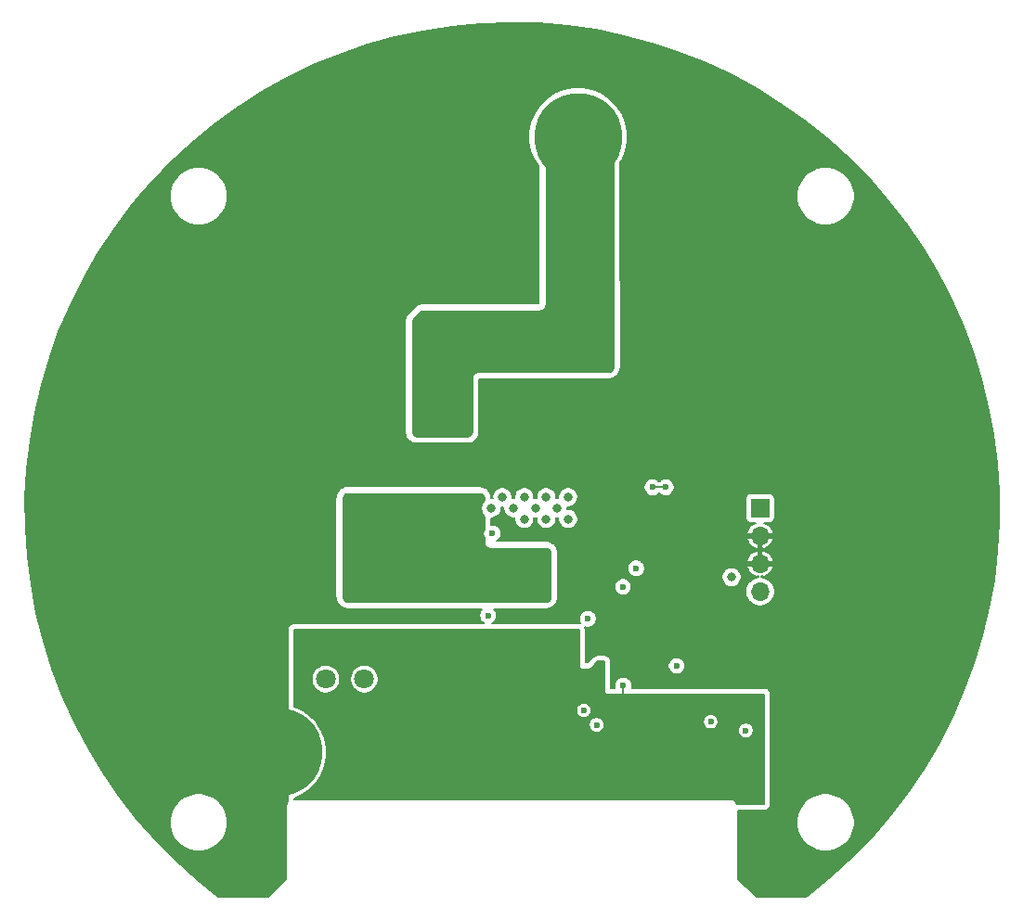
<source format=gbr>
%TF.GenerationSoftware,KiCad,Pcbnew,(5.1.7)-1*%
%TF.CreationDate,2021-06-07T18:47:12+03:00*%
%TF.ProjectId,SynchronousBuck,53796e63-6872-46f6-9e6f-75734275636b,rev?*%
%TF.SameCoordinates,Original*%
%TF.FileFunction,Copper,L4,Bot*%
%TF.FilePolarity,Positive*%
%FSLAX46Y46*%
G04 Gerber Fmt 4.6, Leading zero omitted, Abs format (unit mm)*
G04 Created by KiCad (PCBNEW (5.1.7)-1) date 2021-06-07 18:47:12*
%MOMM*%
%LPD*%
G01*
G04 APERTURE LIST*
%TA.AperFunction,ComponentPad*%
%ADD10C,1.800000*%
%TD*%
%TA.AperFunction,ComponentPad*%
%ADD11C,8.000000*%
%TD*%
%TA.AperFunction,ComponentPad*%
%ADD12O,1.700000X1.700000*%
%TD*%
%TA.AperFunction,ComponentPad*%
%ADD13R,1.700000X1.700000*%
%TD*%
%TA.AperFunction,ViaPad*%
%ADD14C,0.800000*%
%TD*%
%TA.AperFunction,ViaPad*%
%ADD15C,0.600000*%
%TD*%
%TA.AperFunction,Conductor*%
%ADD16C,0.400000*%
%TD*%
%TA.AperFunction,Conductor*%
%ADD17C,0.200000*%
%TD*%
%TA.AperFunction,Conductor*%
%ADD18C,0.160000*%
%TD*%
%TA.AperFunction,Conductor*%
%ADD19C,0.100000*%
%TD*%
%TA.AperFunction,Conductor*%
%ADD20C,0.254000*%
%TD*%
G04 APERTURE END LIST*
D10*
%TO.P,J104,2*%
%TO.N,GND*%
X83000000Y-115500000D03*
%TO.P,J104,1*%
%TO.N,Net-(C119-Pad2)*%
X86500000Y-115500000D03*
%TD*%
D11*
%TO.P,J103,2*%
%TO.N,GND*%
X94000000Y-66000000D03*
%TO.P,J103,1*%
%TO.N,/VOUT*%
X106000000Y-66000000D03*
%TD*%
%TO.P,J101,2*%
%TO.N,VCC*%
X90700000Y-122200000D03*
%TO.P,J101,1*%
%TO.N,GND*%
X78700000Y-122200000D03*
%TD*%
D12*
%TO.P,J102,4*%
%TO.N,Net-(J102-Pad4)*%
X122600000Y-107520000D03*
%TO.P,J102,3*%
%TO.N,GND*%
X122600000Y-104980000D03*
%TO.P,J102,2*%
X122600000Y-102440000D03*
D13*
%TO.P,J102,1*%
%TO.N,Net-(J102-Pad1)*%
X122600000Y-99900000D03*
%TD*%
D14*
%TO.N,GND*%
X105900000Y-90700000D03*
X107100000Y-90700000D03*
X103600000Y-90700000D03*
X104700000Y-90700000D03*
X108300000Y-90700000D03*
X101300000Y-90700000D03*
X102500000Y-90700000D03*
X115500000Y-113200000D03*
X109700000Y-106100000D03*
X115500000Y-112200000D03*
X115500000Y-111200000D03*
X115500000Y-110200000D03*
X116300000Y-112700000D03*
X116300000Y-111700000D03*
X116300000Y-110700000D03*
D15*
X107500000Y-102000000D03*
X112200000Y-99000000D03*
D14*
X107100000Y-91700000D03*
X105900000Y-91700000D03*
X104700000Y-91700000D03*
X103600000Y-91700000D03*
X102500000Y-91700000D03*
X103600000Y-93000000D03*
X102500000Y-93000000D03*
X101300000Y-93000000D03*
X101300000Y-91700000D03*
X108300000Y-91700000D03*
D15*
X121300000Y-120200000D03*
X118100000Y-119400000D03*
X112000000Y-103600000D03*
X106525000Y-118375000D03*
X107700000Y-119700000D03*
D14*
%TO.N,VCC*%
X105500000Y-121000000D03*
X101000000Y-119000000D03*
X98300000Y-119600000D03*
X96000000Y-121000000D03*
X99500000Y-121000000D03*
X102500000Y-121000000D03*
X122500000Y-126000000D03*
X122500000Y-123000000D03*
X121000000Y-124500000D03*
X119500000Y-126000000D03*
X116500000Y-126000000D03*
X113500000Y-126000000D03*
X113500000Y-123000000D03*
X115000000Y-124500000D03*
X111500000Y-124500000D03*
X110000000Y-126000000D03*
X110000000Y-123000000D03*
X107000000Y-126000000D03*
X107000000Y-123000000D03*
X104000000Y-126000000D03*
X104000000Y-123000000D03*
X108500000Y-124500000D03*
X105500000Y-124500000D03*
X101000000Y-126000000D03*
X101000000Y-123000000D03*
X102500000Y-124500000D03*
X98000000Y-126000000D03*
X99500000Y-124500000D03*
X98000000Y-123000000D03*
X96000000Y-124500000D03*
X118000000Y-124500000D03*
D15*
X110135000Y-116100000D03*
D14*
%TO.N,Net-(Q102-Pad1)*%
X105100000Y-98900000D03*
X104100000Y-99900000D03*
X105100000Y-100900000D03*
X103100000Y-100900000D03*
X101100000Y-100900000D03*
X100100000Y-99900000D03*
X102100000Y-99900000D03*
X103100000Y-98900000D03*
X101100000Y-98900000D03*
X99100000Y-98900000D03*
X98100000Y-99900000D03*
D15*
%TO.N,Net-(R112-Pad2)*%
X114000000Y-98000000D03*
X112800000Y-98000000D03*
D14*
%TO.N,/SW*%
X90000000Y-99500000D03*
X90000000Y-100500000D03*
X90000000Y-101500000D03*
X90000000Y-102500000D03*
X90000000Y-103500000D03*
X90000000Y-104500000D03*
X90000000Y-105500000D03*
X90000000Y-106500000D03*
X90000000Y-107500000D03*
X98000000Y-108000000D03*
X98000000Y-107000000D03*
X98000000Y-106000000D03*
X98000000Y-105000000D03*
X98000000Y-104000000D03*
X91000000Y-102000000D03*
X92000000Y-102000000D03*
X93000000Y-102000000D03*
X94000000Y-102000000D03*
X95000000Y-102000000D03*
X96000000Y-102000000D03*
D15*
%TO.N,/HO*%
X97800000Y-109700000D03*
X106900000Y-110000000D03*
%TO.N,/LO*%
X98200000Y-102200000D03*
X111300000Y-105400000D03*
D14*
%TO.N,/VOUT*%
X105000000Y-84000000D03*
X103000000Y-84000000D03*
X102000000Y-84000000D03*
X104000000Y-84000000D03*
X101000000Y-84000000D03*
X106000000Y-71000000D03*
X106000000Y-72000000D03*
X106000000Y-73000000D03*
X106000000Y-74000000D03*
X106000000Y-75000000D03*
X106000000Y-76000000D03*
X106000000Y-77000000D03*
X106000000Y-78000000D03*
X106000000Y-79000000D03*
X106000000Y-81000000D03*
X106000000Y-80000000D03*
X106000000Y-82000000D03*
X106000000Y-83000000D03*
X106000000Y-84000000D03*
D15*
X110100000Y-107100000D03*
X115000000Y-114300000D03*
D14*
X95000000Y-92000000D03*
X94000000Y-92000000D03*
X93000000Y-92000000D03*
X92000000Y-92000000D03*
X91500000Y-91000000D03*
X92500000Y-91000000D03*
X93500000Y-91000000D03*
X94500000Y-91000000D03*
X95000000Y-90000000D03*
X94000000Y-90000000D03*
X93000000Y-90000000D03*
X92000000Y-90000000D03*
X120000000Y-106200000D03*
%TD*%
D16*
%TO.N,GND*%
X94000000Y-66000000D02*
X94000000Y-67000000D01*
D17*
%TO.N,VCC*%
X108900000Y-119000000D02*
X107000000Y-119000000D01*
X110100000Y-117800000D02*
X108900000Y-119000000D01*
X110100000Y-116135000D02*
X110100000Y-117800000D01*
X110135000Y-116100000D02*
X110100000Y-116135000D01*
D18*
%TO.N,Net-(R112-Pad2)*%
X114000000Y-98000000D02*
X112800000Y-98000000D01*
%TD*%
D17*
%TO.N,GND*%
X102377800Y-55663980D02*
X105003010Y-55883037D01*
X107610642Y-56257404D01*
X110191451Y-56785755D01*
X112736389Y-57466237D01*
X115236498Y-58296454D01*
X117682974Y-59273485D01*
X120067167Y-60393872D01*
X122380753Y-61653703D01*
X124615537Y-63048520D01*
X126763666Y-64573417D01*
X128817576Y-66223027D01*
X130770054Y-67991559D01*
X132614191Y-69872750D01*
X134343523Y-71860011D01*
X135951950Y-73946327D01*
X137433826Y-76124380D01*
X138783908Y-78386461D01*
X139997462Y-80724635D01*
X141070209Y-83130665D01*
X141998379Y-85596085D01*
X142778701Y-88112220D01*
X143408420Y-90670176D01*
X143885334Y-93261004D01*
X144207754Y-95875545D01*
X144374547Y-98504606D01*
X144385126Y-101138928D01*
X144239455Y-103769243D01*
X143938045Y-106386301D01*
X143481958Y-108980865D01*
X142872800Y-111543814D01*
X142112717Y-114066117D01*
X141204377Y-116538920D01*
X140150992Y-118953481D01*
X138956257Y-121301330D01*
X137624378Y-123574198D01*
X136160057Y-125764062D01*
X134568440Y-127863229D01*
X132855120Y-129864321D01*
X131026142Y-131760276D01*
X129087948Y-133544416D01*
X127041802Y-135215004D01*
X126798079Y-135400000D01*
X122248528Y-135400000D01*
X120600000Y-133751473D01*
X120600000Y-128323268D01*
X125934270Y-128323268D01*
X125934270Y-128845272D01*
X126036108Y-129357246D01*
X126235871Y-129839516D01*
X126525881Y-130273546D01*
X126894994Y-130642659D01*
X127329024Y-130932669D01*
X127811294Y-131132432D01*
X128323268Y-131234270D01*
X128845272Y-131234270D01*
X129357246Y-131132432D01*
X129839516Y-130932669D01*
X130273546Y-130642659D01*
X130642659Y-130273546D01*
X130932669Y-129839516D01*
X131132432Y-129357246D01*
X131234270Y-128845272D01*
X131234270Y-128323268D01*
X131132432Y-127811294D01*
X130932669Y-127329024D01*
X130642659Y-126894994D01*
X130273546Y-126525881D01*
X129839516Y-126235871D01*
X129357246Y-126036108D01*
X128845272Y-125934270D01*
X128323268Y-125934270D01*
X127811294Y-126036108D01*
X127329024Y-126235871D01*
X126894994Y-126525881D01*
X126525881Y-126894994D01*
X126235871Y-127329024D01*
X126036108Y-127811294D01*
X125934270Y-128323268D01*
X120600000Y-128323268D01*
X120600000Y-127500000D01*
X123000000Y-127500000D01*
X123097542Y-127490393D01*
X123191339Y-127461941D01*
X123262050Y-127432652D01*
X123348498Y-127386444D01*
X123424266Y-127324262D01*
X123486447Y-127248494D01*
X123532652Y-127162050D01*
X123561941Y-127091339D01*
X123590393Y-126997545D01*
X123600000Y-126900000D01*
X123600000Y-116900000D01*
X123590393Y-116802458D01*
X123561941Y-116708661D01*
X123532652Y-116637950D01*
X123486444Y-116551502D01*
X123424262Y-116475734D01*
X123348494Y-116413553D01*
X123262050Y-116367348D01*
X123191339Y-116338059D01*
X123097545Y-116309607D01*
X123000000Y-116300000D01*
X110910891Y-116300000D01*
X110935000Y-116178793D01*
X110935000Y-116021207D01*
X110904257Y-115866649D01*
X110843951Y-115721058D01*
X110756401Y-115590030D01*
X110644970Y-115478599D01*
X110513942Y-115391049D01*
X110368351Y-115330743D01*
X110213793Y-115300000D01*
X110056207Y-115300000D01*
X109901649Y-115330743D01*
X109756058Y-115391049D01*
X109625030Y-115478599D01*
X109513599Y-115590030D01*
X109426049Y-115721058D01*
X109365743Y-115866649D01*
X109335000Y-116021207D01*
X109335000Y-116178793D01*
X109359109Y-116300000D01*
X109000000Y-116300000D01*
X109000000Y-114221207D01*
X114200000Y-114221207D01*
X114200000Y-114378793D01*
X114230743Y-114533351D01*
X114291049Y-114678942D01*
X114378599Y-114809970D01*
X114490030Y-114921401D01*
X114621058Y-115008951D01*
X114766649Y-115069257D01*
X114921207Y-115100000D01*
X115078793Y-115100000D01*
X115233351Y-115069257D01*
X115378942Y-115008951D01*
X115509970Y-114921401D01*
X115621401Y-114809970D01*
X115708951Y-114678942D01*
X115769257Y-114533351D01*
X115800000Y-114378793D01*
X115800000Y-114221207D01*
X115769257Y-114066649D01*
X115708951Y-113921058D01*
X115621401Y-113790030D01*
X115509970Y-113678599D01*
X115378942Y-113591049D01*
X115233351Y-113530743D01*
X115078793Y-113500000D01*
X114921207Y-113500000D01*
X114766649Y-113530743D01*
X114621058Y-113591049D01*
X114490030Y-113678599D01*
X114378599Y-113790030D01*
X114291049Y-113921058D01*
X114230743Y-114066649D01*
X114200000Y-114221207D01*
X109000000Y-114221207D01*
X109000000Y-113900000D01*
X108990393Y-113802458D01*
X108961941Y-113708661D01*
X108932652Y-113637950D01*
X108886444Y-113551502D01*
X108824262Y-113475734D01*
X108748494Y-113413553D01*
X108662050Y-113367348D01*
X108591339Y-113338059D01*
X108497545Y-113309607D01*
X108400000Y-113300000D01*
X107841421Y-113300000D01*
X107743876Y-113309607D01*
X107650080Y-113338060D01*
X107579370Y-113367349D01*
X107492926Y-113413554D01*
X107417158Y-113475736D01*
X106892894Y-114000000D01*
X106700000Y-114000000D01*
X106700000Y-111000029D01*
X106690385Y-110902446D01*
X106661925Y-110808652D01*
X106641244Y-110758734D01*
X106666649Y-110769257D01*
X106821207Y-110800000D01*
X106978793Y-110800000D01*
X107133351Y-110769257D01*
X107278942Y-110708951D01*
X107409970Y-110621401D01*
X107521401Y-110509970D01*
X107608951Y-110378942D01*
X107669257Y-110233351D01*
X107700000Y-110078793D01*
X107700000Y-109921207D01*
X107669257Y-109766649D01*
X107608951Y-109621058D01*
X107521401Y-109490030D01*
X107409970Y-109378599D01*
X107278942Y-109291049D01*
X107133351Y-109230743D01*
X106978793Y-109200000D01*
X106821207Y-109200000D01*
X106666649Y-109230743D01*
X106521058Y-109291049D01*
X106390030Y-109378599D01*
X106278599Y-109490030D01*
X106191049Y-109621058D01*
X106130743Y-109766649D01*
X106100000Y-109921207D01*
X106100000Y-110078793D01*
X106130743Y-110233351D01*
X106191049Y-110378942D01*
X106215136Y-110414991D01*
X106197374Y-110409608D01*
X106099826Y-110400029D01*
X98188860Y-110402324D01*
X98309970Y-110321401D01*
X98421401Y-110209970D01*
X98508951Y-110078942D01*
X98569257Y-109933351D01*
X98600000Y-109778793D01*
X98600000Y-109621207D01*
X98569257Y-109466649D01*
X98508951Y-109321058D01*
X98421401Y-109190030D01*
X98339371Y-109108000D01*
X103075000Y-109108000D01*
X103154359Y-109102799D01*
X103283769Y-109085762D01*
X103437081Y-109044682D01*
X103557671Y-108994732D01*
X103695130Y-108915370D01*
X103798683Y-108835910D01*
X103910910Y-108723683D01*
X103990370Y-108620130D01*
X104069732Y-108482671D01*
X104119682Y-108362081D01*
X104160762Y-108208769D01*
X104177799Y-108079359D01*
X104183000Y-108000000D01*
X104183000Y-107021207D01*
X109300000Y-107021207D01*
X109300000Y-107178793D01*
X109330743Y-107333351D01*
X109391049Y-107478942D01*
X109478599Y-107609970D01*
X109590030Y-107721401D01*
X109721058Y-107808951D01*
X109866649Y-107869257D01*
X110021207Y-107900000D01*
X110178793Y-107900000D01*
X110333351Y-107869257D01*
X110478942Y-107808951D01*
X110609970Y-107721401D01*
X110721401Y-107609970D01*
X110808951Y-107478942D01*
X110847019Y-107387037D01*
X121250000Y-107387037D01*
X121250000Y-107652963D01*
X121301880Y-107913780D01*
X121403646Y-108159465D01*
X121551387Y-108380575D01*
X121739425Y-108568613D01*
X121960535Y-108716354D01*
X122206220Y-108818120D01*
X122467037Y-108870000D01*
X122732963Y-108870000D01*
X122993780Y-108818120D01*
X123239465Y-108716354D01*
X123460575Y-108568613D01*
X123648613Y-108380575D01*
X123796354Y-108159465D01*
X123898120Y-107913780D01*
X123950000Y-107652963D01*
X123950000Y-107387037D01*
X123898120Y-107126220D01*
X123796354Y-106880535D01*
X123648613Y-106659425D01*
X123460575Y-106471387D01*
X123239465Y-106323646D01*
X122993780Y-106221880D01*
X122750002Y-106173389D01*
X122750002Y-106120975D01*
X122942284Y-106182230D01*
X123170251Y-106092353D01*
X123376303Y-105959729D01*
X123552522Y-105789455D01*
X123692136Y-105588074D01*
X123789780Y-105363325D01*
X123802223Y-105322283D01*
X123740175Y-105130000D01*
X122750000Y-105130000D01*
X122750000Y-105150000D01*
X122450000Y-105150000D01*
X122450000Y-105130000D01*
X121459825Y-105130000D01*
X121397777Y-105322283D01*
X121410220Y-105363325D01*
X121507864Y-105588074D01*
X121647478Y-105789455D01*
X121823697Y-105959729D01*
X122029749Y-106092353D01*
X122257716Y-106182230D01*
X122449998Y-106120975D01*
X122449998Y-106173389D01*
X122206220Y-106221880D01*
X121960535Y-106323646D01*
X121739425Y-106471387D01*
X121551387Y-106659425D01*
X121403646Y-106880535D01*
X121301880Y-107126220D01*
X121250000Y-107387037D01*
X110847019Y-107387037D01*
X110869257Y-107333351D01*
X110900000Y-107178793D01*
X110900000Y-107021207D01*
X110869257Y-106866649D01*
X110808951Y-106721058D01*
X110721401Y-106590030D01*
X110609970Y-106478599D01*
X110478942Y-106391049D01*
X110333351Y-106330743D01*
X110178793Y-106300000D01*
X110021207Y-106300000D01*
X109866649Y-106330743D01*
X109721058Y-106391049D01*
X109590030Y-106478599D01*
X109478599Y-106590030D01*
X109391049Y-106721058D01*
X109330743Y-106866649D01*
X109300000Y-107021207D01*
X104183000Y-107021207D01*
X104183000Y-105321207D01*
X110500000Y-105321207D01*
X110500000Y-105478793D01*
X110530743Y-105633351D01*
X110591049Y-105778942D01*
X110678599Y-105909970D01*
X110790030Y-106021401D01*
X110921058Y-106108951D01*
X111066649Y-106169257D01*
X111221207Y-106200000D01*
X111378793Y-106200000D01*
X111533351Y-106169257D01*
X111673131Y-106111358D01*
X119100000Y-106111358D01*
X119100000Y-106288642D01*
X119134586Y-106462520D01*
X119202430Y-106626310D01*
X119300924Y-106773717D01*
X119426283Y-106899076D01*
X119573690Y-106997570D01*
X119737480Y-107065414D01*
X119911358Y-107100000D01*
X120088642Y-107100000D01*
X120262520Y-107065414D01*
X120426310Y-106997570D01*
X120573717Y-106899076D01*
X120699076Y-106773717D01*
X120797570Y-106626310D01*
X120865414Y-106462520D01*
X120900000Y-106288642D01*
X120900000Y-106111358D01*
X120865414Y-105937480D01*
X120797570Y-105773690D01*
X120699076Y-105626283D01*
X120573717Y-105500924D01*
X120426310Y-105402430D01*
X120262520Y-105334586D01*
X120088642Y-105300000D01*
X119911358Y-105300000D01*
X119737480Y-105334586D01*
X119573690Y-105402430D01*
X119426283Y-105500924D01*
X119300924Y-105626283D01*
X119202430Y-105773690D01*
X119134586Y-105937480D01*
X119100000Y-106111358D01*
X111673131Y-106111358D01*
X111678942Y-106108951D01*
X111809970Y-106021401D01*
X111921401Y-105909970D01*
X112008951Y-105778942D01*
X112069257Y-105633351D01*
X112100000Y-105478793D01*
X112100000Y-105321207D01*
X112069257Y-105166649D01*
X112008951Y-105021058D01*
X111921401Y-104890030D01*
X111809970Y-104778599D01*
X111678942Y-104691049D01*
X111550188Y-104637717D01*
X121397777Y-104637717D01*
X121459825Y-104830000D01*
X122450000Y-104830000D01*
X122450000Y-103839026D01*
X122750000Y-103839026D01*
X122750000Y-104830000D01*
X123740175Y-104830000D01*
X123802223Y-104637717D01*
X123789780Y-104596675D01*
X123692136Y-104371926D01*
X123552522Y-104170545D01*
X123376303Y-104000271D01*
X123170251Y-103867647D01*
X122942284Y-103777770D01*
X122750000Y-103839026D01*
X122450000Y-103839026D01*
X122257716Y-103777770D01*
X122029749Y-103867647D01*
X121823697Y-104000271D01*
X121647478Y-104170545D01*
X121507864Y-104371926D01*
X121410220Y-104596675D01*
X121397777Y-104637717D01*
X111550188Y-104637717D01*
X111533351Y-104630743D01*
X111378793Y-104600000D01*
X111221207Y-104600000D01*
X111066649Y-104630743D01*
X110921058Y-104691049D01*
X110790030Y-104778599D01*
X110678599Y-104890030D01*
X110591049Y-105021058D01*
X110530743Y-105166649D01*
X110500000Y-105321207D01*
X104183000Y-105321207D01*
X104183000Y-104000000D01*
X104177799Y-103920641D01*
X104160762Y-103791231D01*
X104119682Y-103637919D01*
X104069732Y-103517329D01*
X103990370Y-103379870D01*
X103910910Y-103276317D01*
X103798683Y-103164090D01*
X103695130Y-103084630D01*
X103557671Y-103005268D01*
X103437081Y-102955318D01*
X103283769Y-102914238D01*
X103154359Y-102897201D01*
X103075000Y-102892000D01*
X98604311Y-102892000D01*
X98709970Y-102821401D01*
X98749088Y-102782283D01*
X121397777Y-102782283D01*
X121410220Y-102823325D01*
X121507864Y-103048074D01*
X121647478Y-103249455D01*
X121823697Y-103419729D01*
X122029749Y-103552353D01*
X122257716Y-103642230D01*
X122450000Y-103580974D01*
X122450000Y-102590000D01*
X122750000Y-102590000D01*
X122750000Y-103580974D01*
X122942284Y-103642230D01*
X123170251Y-103552353D01*
X123376303Y-103419729D01*
X123552522Y-103249455D01*
X123692136Y-103048074D01*
X123789780Y-102823325D01*
X123802223Y-102782283D01*
X123740175Y-102590000D01*
X122750000Y-102590000D01*
X122450000Y-102590000D01*
X121459825Y-102590000D01*
X121397777Y-102782283D01*
X98749088Y-102782283D01*
X98821401Y-102709970D01*
X98908951Y-102578942D01*
X98969257Y-102433351D01*
X99000000Y-102278793D01*
X99000000Y-102121207D01*
X98969257Y-101966649D01*
X98908951Y-101821058D01*
X98821401Y-101690030D01*
X98709970Y-101578599D01*
X98578942Y-101491049D01*
X98433351Y-101430743D01*
X98278793Y-101400000D01*
X98121207Y-101400000D01*
X98108000Y-101402627D01*
X98108000Y-100800000D01*
X98188642Y-100800000D01*
X98362520Y-100765414D01*
X98526310Y-100697570D01*
X98673717Y-100599076D01*
X98799076Y-100473717D01*
X98897570Y-100326310D01*
X98965414Y-100162520D01*
X99000000Y-99988642D01*
X99000000Y-99811358D01*
X98997180Y-99797180D01*
X99011358Y-99800000D01*
X99188642Y-99800000D01*
X99202820Y-99797180D01*
X99200000Y-99811358D01*
X99200000Y-99988642D01*
X99234586Y-100162520D01*
X99302430Y-100326310D01*
X99400924Y-100473717D01*
X99526283Y-100599076D01*
X99673690Y-100697570D01*
X99837480Y-100765414D01*
X100011358Y-100800000D01*
X100188642Y-100800000D01*
X100202820Y-100797180D01*
X100200000Y-100811358D01*
X100200000Y-100988642D01*
X100234586Y-101162520D01*
X100302430Y-101326310D01*
X100400924Y-101473717D01*
X100526283Y-101599076D01*
X100673690Y-101697570D01*
X100837480Y-101765414D01*
X101011358Y-101800000D01*
X101188642Y-101800000D01*
X101362520Y-101765414D01*
X101526310Y-101697570D01*
X101673717Y-101599076D01*
X101799076Y-101473717D01*
X101897570Y-101326310D01*
X101965414Y-101162520D01*
X102000000Y-100988642D01*
X102000000Y-100811358D01*
X101997180Y-100797180D01*
X102011358Y-100800000D01*
X102188642Y-100800000D01*
X102202820Y-100797180D01*
X102200000Y-100811358D01*
X102200000Y-100988642D01*
X102234586Y-101162520D01*
X102302430Y-101326310D01*
X102400924Y-101473717D01*
X102526283Y-101599076D01*
X102673690Y-101697570D01*
X102837480Y-101765414D01*
X103011358Y-101800000D01*
X103188642Y-101800000D01*
X103362520Y-101765414D01*
X103526310Y-101697570D01*
X103673717Y-101599076D01*
X103799076Y-101473717D01*
X103897570Y-101326310D01*
X103965414Y-101162520D01*
X104000000Y-100988642D01*
X104000000Y-100811358D01*
X103997180Y-100797180D01*
X104011358Y-100800000D01*
X104188642Y-100800000D01*
X104202820Y-100797180D01*
X104200000Y-100811358D01*
X104200000Y-100988642D01*
X104234586Y-101162520D01*
X104302430Y-101326310D01*
X104400924Y-101473717D01*
X104526283Y-101599076D01*
X104673690Y-101697570D01*
X104837480Y-101765414D01*
X105011358Y-101800000D01*
X105188642Y-101800000D01*
X105362520Y-101765414D01*
X105526310Y-101697570D01*
X105673717Y-101599076D01*
X105799076Y-101473717D01*
X105897570Y-101326310D01*
X105965414Y-101162520D01*
X106000000Y-100988642D01*
X106000000Y-100811358D01*
X105965414Y-100637480D01*
X105897570Y-100473690D01*
X105799076Y-100326283D01*
X105673717Y-100200924D01*
X105526310Y-100102430D01*
X105362520Y-100034586D01*
X105188642Y-100000000D01*
X105011358Y-100000000D01*
X104997180Y-100002820D01*
X105000000Y-99988642D01*
X105000000Y-99811358D01*
X104997180Y-99797180D01*
X105011358Y-99800000D01*
X105188642Y-99800000D01*
X105362520Y-99765414D01*
X105526310Y-99697570D01*
X105673717Y-99599076D01*
X105799076Y-99473717D01*
X105897570Y-99326310D01*
X105965414Y-99162520D01*
X105987795Y-99050000D01*
X121247581Y-99050000D01*
X121247581Y-100750000D01*
X121257235Y-100848017D01*
X121285825Y-100942267D01*
X121332254Y-101029129D01*
X121394736Y-101105264D01*
X121470871Y-101167746D01*
X121557733Y-101214175D01*
X121651983Y-101242765D01*
X121750000Y-101252419D01*
X122220560Y-101252419D01*
X122029749Y-101327647D01*
X121823697Y-101460271D01*
X121647478Y-101630545D01*
X121507864Y-101831926D01*
X121410220Y-102056675D01*
X121397777Y-102097717D01*
X121459825Y-102290000D01*
X122450000Y-102290000D01*
X122450000Y-102270000D01*
X122750000Y-102270000D01*
X122750000Y-102290000D01*
X123740175Y-102290000D01*
X123802223Y-102097717D01*
X123789780Y-102056675D01*
X123692136Y-101831926D01*
X123552522Y-101630545D01*
X123376303Y-101460271D01*
X123170251Y-101327647D01*
X122979440Y-101252419D01*
X123450000Y-101252419D01*
X123548017Y-101242765D01*
X123642267Y-101214175D01*
X123729129Y-101167746D01*
X123805264Y-101105264D01*
X123867746Y-101029129D01*
X123914175Y-100942267D01*
X123942765Y-100848017D01*
X123952419Y-100750000D01*
X123952419Y-99050000D01*
X123942765Y-98951983D01*
X123914175Y-98857733D01*
X123867746Y-98770871D01*
X123805264Y-98694736D01*
X123729129Y-98632254D01*
X123642267Y-98585825D01*
X123548017Y-98557235D01*
X123450000Y-98547581D01*
X121750000Y-98547581D01*
X121651983Y-98557235D01*
X121557733Y-98585825D01*
X121470871Y-98632254D01*
X121394736Y-98694736D01*
X121332254Y-98770871D01*
X121285825Y-98857733D01*
X121257235Y-98951983D01*
X121247581Y-99050000D01*
X105987795Y-99050000D01*
X106000000Y-98988642D01*
X106000000Y-98811358D01*
X105965414Y-98637480D01*
X105897570Y-98473690D01*
X105799076Y-98326283D01*
X105673717Y-98200924D01*
X105526310Y-98102430D01*
X105362520Y-98034586D01*
X105188642Y-98000000D01*
X105011358Y-98000000D01*
X104837480Y-98034586D01*
X104673690Y-98102430D01*
X104526283Y-98200924D01*
X104400924Y-98326283D01*
X104302430Y-98473690D01*
X104234586Y-98637480D01*
X104200000Y-98811358D01*
X104200000Y-98988642D01*
X104202820Y-99002820D01*
X104188642Y-99000000D01*
X104011358Y-99000000D01*
X103997180Y-99002820D01*
X104000000Y-98988642D01*
X104000000Y-98811358D01*
X103965414Y-98637480D01*
X103897570Y-98473690D01*
X103799076Y-98326283D01*
X103673717Y-98200924D01*
X103526310Y-98102430D01*
X103362520Y-98034586D01*
X103188642Y-98000000D01*
X103011358Y-98000000D01*
X102837480Y-98034586D01*
X102673690Y-98102430D01*
X102526283Y-98200924D01*
X102400924Y-98326283D01*
X102302430Y-98473690D01*
X102234586Y-98637480D01*
X102200000Y-98811358D01*
X102200000Y-98988642D01*
X102202820Y-99002820D01*
X102188642Y-99000000D01*
X102011358Y-99000000D01*
X101997180Y-99002820D01*
X102000000Y-98988642D01*
X102000000Y-98811358D01*
X101965414Y-98637480D01*
X101897570Y-98473690D01*
X101799076Y-98326283D01*
X101673717Y-98200924D01*
X101526310Y-98102430D01*
X101362520Y-98034586D01*
X101188642Y-98000000D01*
X101011358Y-98000000D01*
X100837480Y-98034586D01*
X100673690Y-98102430D01*
X100526283Y-98200924D01*
X100400924Y-98326283D01*
X100302430Y-98473690D01*
X100234586Y-98637480D01*
X100200000Y-98811358D01*
X100200000Y-98988642D01*
X100202820Y-99002820D01*
X100188642Y-99000000D01*
X100011358Y-99000000D01*
X99997180Y-99002820D01*
X100000000Y-98988642D01*
X100000000Y-98811358D01*
X99965414Y-98637480D01*
X99897570Y-98473690D01*
X99799076Y-98326283D01*
X99673717Y-98200924D01*
X99526310Y-98102430D01*
X99362520Y-98034586D01*
X99188642Y-98000000D01*
X99011358Y-98000000D01*
X98837480Y-98034586D01*
X98673690Y-98102430D01*
X98526283Y-98200924D01*
X98400924Y-98326283D01*
X98302430Y-98473690D01*
X98234586Y-98637480D01*
X98200000Y-98811358D01*
X98200000Y-98988642D01*
X98202820Y-99002820D01*
X98188642Y-99000000D01*
X98108000Y-99000000D01*
X98102799Y-98920641D01*
X98085762Y-98791231D01*
X98044682Y-98637919D01*
X97994732Y-98517329D01*
X97915370Y-98379870D01*
X97835910Y-98276317D01*
X97723683Y-98164090D01*
X97620130Y-98084630D01*
X97482671Y-98005268D01*
X97362081Y-97955318D01*
X97234778Y-97921207D01*
X112000000Y-97921207D01*
X112000000Y-98078793D01*
X112030743Y-98233351D01*
X112091049Y-98378942D01*
X112178599Y-98509970D01*
X112290030Y-98621401D01*
X112421058Y-98708951D01*
X112566649Y-98769257D01*
X112721207Y-98800000D01*
X112878793Y-98800000D01*
X113033351Y-98769257D01*
X113178942Y-98708951D01*
X113309970Y-98621401D01*
X113351371Y-98580000D01*
X113448629Y-98580000D01*
X113490030Y-98621401D01*
X113621058Y-98708951D01*
X113766649Y-98769257D01*
X113921207Y-98800000D01*
X114078793Y-98800000D01*
X114233351Y-98769257D01*
X114378942Y-98708951D01*
X114509970Y-98621401D01*
X114621401Y-98509970D01*
X114708951Y-98378942D01*
X114769257Y-98233351D01*
X114800000Y-98078793D01*
X114800000Y-97921207D01*
X114769257Y-97766649D01*
X114708951Y-97621058D01*
X114621401Y-97490030D01*
X114509970Y-97378599D01*
X114378942Y-97291049D01*
X114233351Y-97230743D01*
X114078793Y-97200000D01*
X113921207Y-97200000D01*
X113766649Y-97230743D01*
X113621058Y-97291049D01*
X113490030Y-97378599D01*
X113448629Y-97420000D01*
X113351371Y-97420000D01*
X113309970Y-97378599D01*
X113178942Y-97291049D01*
X113033351Y-97230743D01*
X112878793Y-97200000D01*
X112721207Y-97200000D01*
X112566649Y-97230743D01*
X112421058Y-97291049D01*
X112290030Y-97378599D01*
X112178599Y-97490030D01*
X112091049Y-97621058D01*
X112030743Y-97766649D01*
X112000000Y-97921207D01*
X97234778Y-97921207D01*
X97208769Y-97914238D01*
X97079359Y-97897201D01*
X97000000Y-97892000D01*
X85000000Y-97892000D01*
X84920641Y-97897201D01*
X84791231Y-97914238D01*
X84637919Y-97955318D01*
X84517329Y-98005268D01*
X84379870Y-98084630D01*
X84276317Y-98164090D01*
X84164090Y-98276317D01*
X84084630Y-98379870D01*
X84005268Y-98517329D01*
X83955318Y-98637919D01*
X83914238Y-98791231D01*
X83897201Y-98920641D01*
X83892000Y-99000000D01*
X83892000Y-108000000D01*
X83897201Y-108079359D01*
X83914238Y-108208769D01*
X83955318Y-108362081D01*
X84005268Y-108482671D01*
X84084630Y-108620130D01*
X84164090Y-108723683D01*
X84276317Y-108835910D01*
X84379870Y-108915370D01*
X84517329Y-108994732D01*
X84637919Y-109044682D01*
X84791231Y-109085762D01*
X84920641Y-109102799D01*
X85000000Y-109108000D01*
X97260629Y-109108000D01*
X97178599Y-109190030D01*
X97091049Y-109321058D01*
X97030743Y-109466649D01*
X97000000Y-109621207D01*
X97000000Y-109778793D01*
X97030743Y-109933351D01*
X97091049Y-110078942D01*
X97178599Y-110209970D01*
X97290030Y-110321401D01*
X97411478Y-110402550D01*
X80099826Y-110407572D01*
X80002317Y-110417201D01*
X79908527Y-110445675D01*
X79837835Y-110474975D01*
X79751464Y-110521157D01*
X79675700Y-110583344D01*
X79613524Y-110659116D01*
X79567326Y-110745563D01*
X79538047Y-110816263D01*
X79509607Y-110910027D01*
X79500000Y-111007572D01*
X79500000Y-126663466D01*
X79498704Y-126665045D01*
X79442990Y-126769279D01*
X79408682Y-126882379D01*
X79397097Y-127000000D01*
X79400000Y-127029474D01*
X79400001Y-133751471D01*
X77751473Y-135400000D01*
X73209939Y-135400000D01*
X71300502Y-133877359D01*
X69341874Y-132115664D01*
X67491174Y-130240914D01*
X65810622Y-128323268D01*
X68765730Y-128323268D01*
X68765730Y-128845272D01*
X68867568Y-129357246D01*
X69067331Y-129839516D01*
X69357341Y-130273546D01*
X69726454Y-130642659D01*
X70160484Y-130932669D01*
X70642754Y-131132432D01*
X71154728Y-131234270D01*
X71676732Y-131234270D01*
X72188706Y-131132432D01*
X72670976Y-130932669D01*
X73105006Y-130642659D01*
X73474119Y-130273546D01*
X73764129Y-129839516D01*
X73963892Y-129357246D01*
X74065730Y-128845272D01*
X74065730Y-128323268D01*
X73963892Y-127811294D01*
X73764129Y-127329024D01*
X73474119Y-126894994D01*
X73105006Y-126525881D01*
X72670976Y-126235871D01*
X72188706Y-126036108D01*
X71676732Y-125934270D01*
X71154728Y-125934270D01*
X70642754Y-126036108D01*
X70160484Y-126235871D01*
X69726454Y-126525881D01*
X69357341Y-126894994D01*
X69067331Y-127329024D01*
X68867568Y-127811294D01*
X68765730Y-128323268D01*
X65810622Y-128323268D01*
X65754922Y-128259710D01*
X64139209Y-126179005D01*
X62649751Y-124006156D01*
X61291774Y-121748791D01*
X60070067Y-119414866D01*
X58988921Y-117012586D01*
X58052159Y-114550439D01*
X57263057Y-112037040D01*
X56624409Y-109481283D01*
X56138456Y-106892140D01*
X55806914Y-104278749D01*
X55630943Y-101650278D01*
X55611169Y-99016009D01*
X55747657Y-96385206D01*
X56039932Y-93767107D01*
X56486956Y-91170978D01*
X57087166Y-88605910D01*
X57838445Y-86080955D01*
X58738138Y-83605019D01*
X59039716Y-82907107D01*
X90192000Y-82907107D01*
X90192000Y-92900000D01*
X90197201Y-92979359D01*
X90214238Y-93108769D01*
X90255318Y-93262081D01*
X90305268Y-93382671D01*
X90384630Y-93520130D01*
X90464090Y-93623683D01*
X90576317Y-93735910D01*
X90679870Y-93815370D01*
X90817329Y-93894732D01*
X90937919Y-93944682D01*
X91091231Y-93985762D01*
X91220641Y-94002799D01*
X91300000Y-94008000D01*
X95900000Y-94008000D01*
X95979359Y-94002799D01*
X96108769Y-93985762D01*
X96262081Y-93944682D01*
X96382671Y-93894732D01*
X96520130Y-93815370D01*
X96623683Y-93735910D01*
X96735910Y-93623683D01*
X96815370Y-93520130D01*
X96894732Y-93382671D01*
X96944682Y-93262081D01*
X96985762Y-93108769D01*
X97002799Y-92979359D01*
X97008000Y-92900000D01*
X97008000Y-88108000D01*
X108799303Y-88108000D01*
X108878732Y-88102789D01*
X109008254Y-88085722D01*
X109161692Y-88044571D01*
X109282371Y-87994535D01*
X109419911Y-87915041D01*
X109523510Y-87835451D01*
X109635762Y-87723042D01*
X109715207Y-87619333D01*
X109794510Y-87481682D01*
X109844378Y-87360933D01*
X109885315Y-87207441D01*
X109902202Y-87077896D01*
X109907302Y-86998457D01*
X109885241Y-71154728D01*
X125934270Y-71154728D01*
X125934270Y-71676732D01*
X126036108Y-72188706D01*
X126235871Y-72670976D01*
X126525881Y-73105006D01*
X126894994Y-73474119D01*
X127329024Y-73764129D01*
X127811294Y-73963892D01*
X128323268Y-74065730D01*
X128845272Y-74065730D01*
X129357246Y-73963892D01*
X129839516Y-73764129D01*
X130273546Y-73474119D01*
X130642659Y-73105006D01*
X130932669Y-72670976D01*
X131132432Y-72188706D01*
X131234270Y-71676732D01*
X131234270Y-71154728D01*
X131132432Y-70642754D01*
X130932669Y-70160484D01*
X130642659Y-69726454D01*
X130273546Y-69357341D01*
X129839516Y-69067331D01*
X129357246Y-68867568D01*
X128845272Y-68765730D01*
X128323268Y-68765730D01*
X127811294Y-68867568D01*
X127329024Y-69067331D01*
X126894994Y-69357341D01*
X126525881Y-69726454D01*
X126235871Y-70160484D01*
X126036108Y-70642754D01*
X125934270Y-71154728D01*
X109885241Y-71154728D01*
X109881253Y-68291083D01*
X109987849Y-68131550D01*
X110327068Y-67312602D01*
X110500000Y-66443211D01*
X110500000Y-65556789D01*
X110327068Y-64687398D01*
X109987849Y-63868450D01*
X109495379Y-63131417D01*
X108868583Y-62504621D01*
X108131550Y-62012151D01*
X107312602Y-61672932D01*
X106443211Y-61500000D01*
X105556789Y-61500000D01*
X104687398Y-61672932D01*
X103868450Y-62012151D01*
X103131417Y-62504621D01*
X102504621Y-63131417D01*
X102012151Y-63868450D01*
X101672932Y-64687398D01*
X101500000Y-65556789D01*
X101500000Y-66443211D01*
X101672932Y-67312602D01*
X102012151Y-68131550D01*
X102392000Y-68700034D01*
X102392000Y-81192000D01*
X91907107Y-81192000D01*
X91827748Y-81197201D01*
X91698338Y-81214238D01*
X91545026Y-81255318D01*
X91424436Y-81305268D01*
X91286979Y-81384629D01*
X91183425Y-81464089D01*
X91123632Y-81516526D01*
X90516526Y-82123632D01*
X90464089Y-82183425D01*
X90384629Y-82286979D01*
X90305268Y-82424436D01*
X90255318Y-82545026D01*
X90214238Y-82698338D01*
X90197201Y-82827748D01*
X90192000Y-82907107D01*
X59039716Y-82907107D01*
X59783097Y-81186776D01*
X60969630Y-78834773D01*
X62293562Y-76557281D01*
X63750230Y-74362317D01*
X65334515Y-72257600D01*
X66272133Y-71154728D01*
X68765730Y-71154728D01*
X68765730Y-71676732D01*
X68867568Y-72188706D01*
X69067331Y-72670976D01*
X69357341Y-73105006D01*
X69726454Y-73474119D01*
X70160484Y-73764129D01*
X70642754Y-73963892D01*
X71154728Y-74065730D01*
X71676732Y-74065730D01*
X72188706Y-73963892D01*
X72670976Y-73764129D01*
X73105006Y-73474119D01*
X73474119Y-73105006D01*
X73764129Y-72670976D01*
X73963892Y-72188706D01*
X74065730Y-71676732D01*
X74065730Y-71154728D01*
X73963892Y-70642754D01*
X73764129Y-70160484D01*
X73474119Y-69726454D01*
X73105006Y-69357341D01*
X72670976Y-69067331D01*
X72188706Y-68867568D01*
X71676732Y-68765730D01*
X71154728Y-68765730D01*
X70642754Y-68867568D01*
X70160484Y-69067331D01*
X69726454Y-69357341D01*
X69357341Y-69726454D01*
X69067331Y-70160484D01*
X68867568Y-70642754D01*
X68765730Y-71154728D01*
X66272133Y-71154728D01*
X67040839Y-70250540D01*
X68863181Y-68348221D01*
X70795140Y-66557322D01*
X72829909Y-64884153D01*
X74960321Y-63334607D01*
X77178902Y-61914123D01*
X79477794Y-60627730D01*
X81848953Y-59479930D01*
X84283994Y-58474782D01*
X86774367Y-57615815D01*
X89311297Y-56906054D01*
X91885851Y-56347999D01*
X94488992Y-55943611D01*
X97111505Y-55694320D01*
X99744183Y-55601000D01*
X102377800Y-55663980D01*
%TA.AperFunction,Conductor*%
D19*
G36*
X102377800Y-55663980D02*
G01*
X105003010Y-55883037D01*
X107610642Y-56257404D01*
X110191451Y-56785755D01*
X112736389Y-57466237D01*
X115236498Y-58296454D01*
X117682974Y-59273485D01*
X120067167Y-60393872D01*
X122380753Y-61653703D01*
X124615537Y-63048520D01*
X126763666Y-64573417D01*
X128817576Y-66223027D01*
X130770054Y-67991559D01*
X132614191Y-69872750D01*
X134343523Y-71860011D01*
X135951950Y-73946327D01*
X137433826Y-76124380D01*
X138783908Y-78386461D01*
X139997462Y-80724635D01*
X141070209Y-83130665D01*
X141998379Y-85596085D01*
X142778701Y-88112220D01*
X143408420Y-90670176D01*
X143885334Y-93261004D01*
X144207754Y-95875545D01*
X144374547Y-98504606D01*
X144385126Y-101138928D01*
X144239455Y-103769243D01*
X143938045Y-106386301D01*
X143481958Y-108980865D01*
X142872800Y-111543814D01*
X142112717Y-114066117D01*
X141204377Y-116538920D01*
X140150992Y-118953481D01*
X138956257Y-121301330D01*
X137624378Y-123574198D01*
X136160057Y-125764062D01*
X134568440Y-127863229D01*
X132855120Y-129864321D01*
X131026142Y-131760276D01*
X129087948Y-133544416D01*
X127041802Y-135215004D01*
X126798079Y-135400000D01*
X122248528Y-135400000D01*
X120600000Y-133751473D01*
X120600000Y-128323268D01*
X125934270Y-128323268D01*
X125934270Y-128845272D01*
X126036108Y-129357246D01*
X126235871Y-129839516D01*
X126525881Y-130273546D01*
X126894994Y-130642659D01*
X127329024Y-130932669D01*
X127811294Y-131132432D01*
X128323268Y-131234270D01*
X128845272Y-131234270D01*
X129357246Y-131132432D01*
X129839516Y-130932669D01*
X130273546Y-130642659D01*
X130642659Y-130273546D01*
X130932669Y-129839516D01*
X131132432Y-129357246D01*
X131234270Y-128845272D01*
X131234270Y-128323268D01*
X131132432Y-127811294D01*
X130932669Y-127329024D01*
X130642659Y-126894994D01*
X130273546Y-126525881D01*
X129839516Y-126235871D01*
X129357246Y-126036108D01*
X128845272Y-125934270D01*
X128323268Y-125934270D01*
X127811294Y-126036108D01*
X127329024Y-126235871D01*
X126894994Y-126525881D01*
X126525881Y-126894994D01*
X126235871Y-127329024D01*
X126036108Y-127811294D01*
X125934270Y-128323268D01*
X120600000Y-128323268D01*
X120600000Y-127500000D01*
X123000000Y-127500000D01*
X123097542Y-127490393D01*
X123191339Y-127461941D01*
X123262050Y-127432652D01*
X123348498Y-127386444D01*
X123424266Y-127324262D01*
X123486447Y-127248494D01*
X123532652Y-127162050D01*
X123561941Y-127091339D01*
X123590393Y-126997545D01*
X123600000Y-126900000D01*
X123600000Y-116900000D01*
X123590393Y-116802458D01*
X123561941Y-116708661D01*
X123532652Y-116637950D01*
X123486444Y-116551502D01*
X123424262Y-116475734D01*
X123348494Y-116413553D01*
X123262050Y-116367348D01*
X123191339Y-116338059D01*
X123097545Y-116309607D01*
X123000000Y-116300000D01*
X110910891Y-116300000D01*
X110935000Y-116178793D01*
X110935000Y-116021207D01*
X110904257Y-115866649D01*
X110843951Y-115721058D01*
X110756401Y-115590030D01*
X110644970Y-115478599D01*
X110513942Y-115391049D01*
X110368351Y-115330743D01*
X110213793Y-115300000D01*
X110056207Y-115300000D01*
X109901649Y-115330743D01*
X109756058Y-115391049D01*
X109625030Y-115478599D01*
X109513599Y-115590030D01*
X109426049Y-115721058D01*
X109365743Y-115866649D01*
X109335000Y-116021207D01*
X109335000Y-116178793D01*
X109359109Y-116300000D01*
X109000000Y-116300000D01*
X109000000Y-114221207D01*
X114200000Y-114221207D01*
X114200000Y-114378793D01*
X114230743Y-114533351D01*
X114291049Y-114678942D01*
X114378599Y-114809970D01*
X114490030Y-114921401D01*
X114621058Y-115008951D01*
X114766649Y-115069257D01*
X114921207Y-115100000D01*
X115078793Y-115100000D01*
X115233351Y-115069257D01*
X115378942Y-115008951D01*
X115509970Y-114921401D01*
X115621401Y-114809970D01*
X115708951Y-114678942D01*
X115769257Y-114533351D01*
X115800000Y-114378793D01*
X115800000Y-114221207D01*
X115769257Y-114066649D01*
X115708951Y-113921058D01*
X115621401Y-113790030D01*
X115509970Y-113678599D01*
X115378942Y-113591049D01*
X115233351Y-113530743D01*
X115078793Y-113500000D01*
X114921207Y-113500000D01*
X114766649Y-113530743D01*
X114621058Y-113591049D01*
X114490030Y-113678599D01*
X114378599Y-113790030D01*
X114291049Y-113921058D01*
X114230743Y-114066649D01*
X114200000Y-114221207D01*
X109000000Y-114221207D01*
X109000000Y-113900000D01*
X108990393Y-113802458D01*
X108961941Y-113708661D01*
X108932652Y-113637950D01*
X108886444Y-113551502D01*
X108824262Y-113475734D01*
X108748494Y-113413553D01*
X108662050Y-113367348D01*
X108591339Y-113338059D01*
X108497545Y-113309607D01*
X108400000Y-113300000D01*
X107841421Y-113300000D01*
X107743876Y-113309607D01*
X107650080Y-113338060D01*
X107579370Y-113367349D01*
X107492926Y-113413554D01*
X107417158Y-113475736D01*
X106892894Y-114000000D01*
X106700000Y-114000000D01*
X106700000Y-111000029D01*
X106690385Y-110902446D01*
X106661925Y-110808652D01*
X106641244Y-110758734D01*
X106666649Y-110769257D01*
X106821207Y-110800000D01*
X106978793Y-110800000D01*
X107133351Y-110769257D01*
X107278942Y-110708951D01*
X107409970Y-110621401D01*
X107521401Y-110509970D01*
X107608951Y-110378942D01*
X107669257Y-110233351D01*
X107700000Y-110078793D01*
X107700000Y-109921207D01*
X107669257Y-109766649D01*
X107608951Y-109621058D01*
X107521401Y-109490030D01*
X107409970Y-109378599D01*
X107278942Y-109291049D01*
X107133351Y-109230743D01*
X106978793Y-109200000D01*
X106821207Y-109200000D01*
X106666649Y-109230743D01*
X106521058Y-109291049D01*
X106390030Y-109378599D01*
X106278599Y-109490030D01*
X106191049Y-109621058D01*
X106130743Y-109766649D01*
X106100000Y-109921207D01*
X106100000Y-110078793D01*
X106130743Y-110233351D01*
X106191049Y-110378942D01*
X106215136Y-110414991D01*
X106197374Y-110409608D01*
X106099826Y-110400029D01*
X98188860Y-110402324D01*
X98309970Y-110321401D01*
X98421401Y-110209970D01*
X98508951Y-110078942D01*
X98569257Y-109933351D01*
X98600000Y-109778793D01*
X98600000Y-109621207D01*
X98569257Y-109466649D01*
X98508951Y-109321058D01*
X98421401Y-109190030D01*
X98339371Y-109108000D01*
X103075000Y-109108000D01*
X103154359Y-109102799D01*
X103283769Y-109085762D01*
X103437081Y-109044682D01*
X103557671Y-108994732D01*
X103695130Y-108915370D01*
X103798683Y-108835910D01*
X103910910Y-108723683D01*
X103990370Y-108620130D01*
X104069732Y-108482671D01*
X104119682Y-108362081D01*
X104160762Y-108208769D01*
X104177799Y-108079359D01*
X104183000Y-108000000D01*
X104183000Y-107021207D01*
X109300000Y-107021207D01*
X109300000Y-107178793D01*
X109330743Y-107333351D01*
X109391049Y-107478942D01*
X109478599Y-107609970D01*
X109590030Y-107721401D01*
X109721058Y-107808951D01*
X109866649Y-107869257D01*
X110021207Y-107900000D01*
X110178793Y-107900000D01*
X110333351Y-107869257D01*
X110478942Y-107808951D01*
X110609970Y-107721401D01*
X110721401Y-107609970D01*
X110808951Y-107478942D01*
X110847019Y-107387037D01*
X121250000Y-107387037D01*
X121250000Y-107652963D01*
X121301880Y-107913780D01*
X121403646Y-108159465D01*
X121551387Y-108380575D01*
X121739425Y-108568613D01*
X121960535Y-108716354D01*
X122206220Y-108818120D01*
X122467037Y-108870000D01*
X122732963Y-108870000D01*
X122993780Y-108818120D01*
X123239465Y-108716354D01*
X123460575Y-108568613D01*
X123648613Y-108380575D01*
X123796354Y-108159465D01*
X123898120Y-107913780D01*
X123950000Y-107652963D01*
X123950000Y-107387037D01*
X123898120Y-107126220D01*
X123796354Y-106880535D01*
X123648613Y-106659425D01*
X123460575Y-106471387D01*
X123239465Y-106323646D01*
X122993780Y-106221880D01*
X122750002Y-106173389D01*
X122750002Y-106120975D01*
X122942284Y-106182230D01*
X123170251Y-106092353D01*
X123376303Y-105959729D01*
X123552522Y-105789455D01*
X123692136Y-105588074D01*
X123789780Y-105363325D01*
X123802223Y-105322283D01*
X123740175Y-105130000D01*
X122750000Y-105130000D01*
X122750000Y-105150000D01*
X122450000Y-105150000D01*
X122450000Y-105130000D01*
X121459825Y-105130000D01*
X121397777Y-105322283D01*
X121410220Y-105363325D01*
X121507864Y-105588074D01*
X121647478Y-105789455D01*
X121823697Y-105959729D01*
X122029749Y-106092353D01*
X122257716Y-106182230D01*
X122449998Y-106120975D01*
X122449998Y-106173389D01*
X122206220Y-106221880D01*
X121960535Y-106323646D01*
X121739425Y-106471387D01*
X121551387Y-106659425D01*
X121403646Y-106880535D01*
X121301880Y-107126220D01*
X121250000Y-107387037D01*
X110847019Y-107387037D01*
X110869257Y-107333351D01*
X110900000Y-107178793D01*
X110900000Y-107021207D01*
X110869257Y-106866649D01*
X110808951Y-106721058D01*
X110721401Y-106590030D01*
X110609970Y-106478599D01*
X110478942Y-106391049D01*
X110333351Y-106330743D01*
X110178793Y-106300000D01*
X110021207Y-106300000D01*
X109866649Y-106330743D01*
X109721058Y-106391049D01*
X109590030Y-106478599D01*
X109478599Y-106590030D01*
X109391049Y-106721058D01*
X109330743Y-106866649D01*
X109300000Y-107021207D01*
X104183000Y-107021207D01*
X104183000Y-105321207D01*
X110500000Y-105321207D01*
X110500000Y-105478793D01*
X110530743Y-105633351D01*
X110591049Y-105778942D01*
X110678599Y-105909970D01*
X110790030Y-106021401D01*
X110921058Y-106108951D01*
X111066649Y-106169257D01*
X111221207Y-106200000D01*
X111378793Y-106200000D01*
X111533351Y-106169257D01*
X111673131Y-106111358D01*
X119100000Y-106111358D01*
X119100000Y-106288642D01*
X119134586Y-106462520D01*
X119202430Y-106626310D01*
X119300924Y-106773717D01*
X119426283Y-106899076D01*
X119573690Y-106997570D01*
X119737480Y-107065414D01*
X119911358Y-107100000D01*
X120088642Y-107100000D01*
X120262520Y-107065414D01*
X120426310Y-106997570D01*
X120573717Y-106899076D01*
X120699076Y-106773717D01*
X120797570Y-106626310D01*
X120865414Y-106462520D01*
X120900000Y-106288642D01*
X120900000Y-106111358D01*
X120865414Y-105937480D01*
X120797570Y-105773690D01*
X120699076Y-105626283D01*
X120573717Y-105500924D01*
X120426310Y-105402430D01*
X120262520Y-105334586D01*
X120088642Y-105300000D01*
X119911358Y-105300000D01*
X119737480Y-105334586D01*
X119573690Y-105402430D01*
X119426283Y-105500924D01*
X119300924Y-105626283D01*
X119202430Y-105773690D01*
X119134586Y-105937480D01*
X119100000Y-106111358D01*
X111673131Y-106111358D01*
X111678942Y-106108951D01*
X111809970Y-106021401D01*
X111921401Y-105909970D01*
X112008951Y-105778942D01*
X112069257Y-105633351D01*
X112100000Y-105478793D01*
X112100000Y-105321207D01*
X112069257Y-105166649D01*
X112008951Y-105021058D01*
X111921401Y-104890030D01*
X111809970Y-104778599D01*
X111678942Y-104691049D01*
X111550188Y-104637717D01*
X121397777Y-104637717D01*
X121459825Y-104830000D01*
X122450000Y-104830000D01*
X122450000Y-103839026D01*
X122750000Y-103839026D01*
X122750000Y-104830000D01*
X123740175Y-104830000D01*
X123802223Y-104637717D01*
X123789780Y-104596675D01*
X123692136Y-104371926D01*
X123552522Y-104170545D01*
X123376303Y-104000271D01*
X123170251Y-103867647D01*
X122942284Y-103777770D01*
X122750000Y-103839026D01*
X122450000Y-103839026D01*
X122257716Y-103777770D01*
X122029749Y-103867647D01*
X121823697Y-104000271D01*
X121647478Y-104170545D01*
X121507864Y-104371926D01*
X121410220Y-104596675D01*
X121397777Y-104637717D01*
X111550188Y-104637717D01*
X111533351Y-104630743D01*
X111378793Y-104600000D01*
X111221207Y-104600000D01*
X111066649Y-104630743D01*
X110921058Y-104691049D01*
X110790030Y-104778599D01*
X110678599Y-104890030D01*
X110591049Y-105021058D01*
X110530743Y-105166649D01*
X110500000Y-105321207D01*
X104183000Y-105321207D01*
X104183000Y-104000000D01*
X104177799Y-103920641D01*
X104160762Y-103791231D01*
X104119682Y-103637919D01*
X104069732Y-103517329D01*
X103990370Y-103379870D01*
X103910910Y-103276317D01*
X103798683Y-103164090D01*
X103695130Y-103084630D01*
X103557671Y-103005268D01*
X103437081Y-102955318D01*
X103283769Y-102914238D01*
X103154359Y-102897201D01*
X103075000Y-102892000D01*
X98604311Y-102892000D01*
X98709970Y-102821401D01*
X98749088Y-102782283D01*
X121397777Y-102782283D01*
X121410220Y-102823325D01*
X121507864Y-103048074D01*
X121647478Y-103249455D01*
X121823697Y-103419729D01*
X122029749Y-103552353D01*
X122257716Y-103642230D01*
X122450000Y-103580974D01*
X122450000Y-102590000D01*
X122750000Y-102590000D01*
X122750000Y-103580974D01*
X122942284Y-103642230D01*
X123170251Y-103552353D01*
X123376303Y-103419729D01*
X123552522Y-103249455D01*
X123692136Y-103048074D01*
X123789780Y-102823325D01*
X123802223Y-102782283D01*
X123740175Y-102590000D01*
X122750000Y-102590000D01*
X122450000Y-102590000D01*
X121459825Y-102590000D01*
X121397777Y-102782283D01*
X98749088Y-102782283D01*
X98821401Y-102709970D01*
X98908951Y-102578942D01*
X98969257Y-102433351D01*
X99000000Y-102278793D01*
X99000000Y-102121207D01*
X98969257Y-101966649D01*
X98908951Y-101821058D01*
X98821401Y-101690030D01*
X98709970Y-101578599D01*
X98578942Y-101491049D01*
X98433351Y-101430743D01*
X98278793Y-101400000D01*
X98121207Y-101400000D01*
X98108000Y-101402627D01*
X98108000Y-100800000D01*
X98188642Y-100800000D01*
X98362520Y-100765414D01*
X98526310Y-100697570D01*
X98673717Y-100599076D01*
X98799076Y-100473717D01*
X98897570Y-100326310D01*
X98965414Y-100162520D01*
X99000000Y-99988642D01*
X99000000Y-99811358D01*
X98997180Y-99797180D01*
X99011358Y-99800000D01*
X99188642Y-99800000D01*
X99202820Y-99797180D01*
X99200000Y-99811358D01*
X99200000Y-99988642D01*
X99234586Y-100162520D01*
X99302430Y-100326310D01*
X99400924Y-100473717D01*
X99526283Y-100599076D01*
X99673690Y-100697570D01*
X99837480Y-100765414D01*
X100011358Y-100800000D01*
X100188642Y-100800000D01*
X100202820Y-100797180D01*
X100200000Y-100811358D01*
X100200000Y-100988642D01*
X100234586Y-101162520D01*
X100302430Y-101326310D01*
X100400924Y-101473717D01*
X100526283Y-101599076D01*
X100673690Y-101697570D01*
X100837480Y-101765414D01*
X101011358Y-101800000D01*
X101188642Y-101800000D01*
X101362520Y-101765414D01*
X101526310Y-101697570D01*
X101673717Y-101599076D01*
X101799076Y-101473717D01*
X101897570Y-101326310D01*
X101965414Y-101162520D01*
X102000000Y-100988642D01*
X102000000Y-100811358D01*
X101997180Y-100797180D01*
X102011358Y-100800000D01*
X102188642Y-100800000D01*
X102202820Y-100797180D01*
X102200000Y-100811358D01*
X102200000Y-100988642D01*
X102234586Y-101162520D01*
X102302430Y-101326310D01*
X102400924Y-101473717D01*
X102526283Y-101599076D01*
X102673690Y-101697570D01*
X102837480Y-101765414D01*
X103011358Y-101800000D01*
X103188642Y-101800000D01*
X103362520Y-101765414D01*
X103526310Y-101697570D01*
X103673717Y-101599076D01*
X103799076Y-101473717D01*
X103897570Y-101326310D01*
X103965414Y-101162520D01*
X104000000Y-100988642D01*
X104000000Y-100811358D01*
X103997180Y-100797180D01*
X104011358Y-100800000D01*
X104188642Y-100800000D01*
X104202820Y-100797180D01*
X104200000Y-100811358D01*
X104200000Y-100988642D01*
X104234586Y-101162520D01*
X104302430Y-101326310D01*
X104400924Y-101473717D01*
X104526283Y-101599076D01*
X104673690Y-101697570D01*
X104837480Y-101765414D01*
X105011358Y-101800000D01*
X105188642Y-101800000D01*
X105362520Y-101765414D01*
X105526310Y-101697570D01*
X105673717Y-101599076D01*
X105799076Y-101473717D01*
X105897570Y-101326310D01*
X105965414Y-101162520D01*
X106000000Y-100988642D01*
X106000000Y-100811358D01*
X105965414Y-100637480D01*
X105897570Y-100473690D01*
X105799076Y-100326283D01*
X105673717Y-100200924D01*
X105526310Y-100102430D01*
X105362520Y-100034586D01*
X105188642Y-100000000D01*
X105011358Y-100000000D01*
X104997180Y-100002820D01*
X105000000Y-99988642D01*
X105000000Y-99811358D01*
X104997180Y-99797180D01*
X105011358Y-99800000D01*
X105188642Y-99800000D01*
X105362520Y-99765414D01*
X105526310Y-99697570D01*
X105673717Y-99599076D01*
X105799076Y-99473717D01*
X105897570Y-99326310D01*
X105965414Y-99162520D01*
X105987795Y-99050000D01*
X121247581Y-99050000D01*
X121247581Y-100750000D01*
X121257235Y-100848017D01*
X121285825Y-100942267D01*
X121332254Y-101029129D01*
X121394736Y-101105264D01*
X121470871Y-101167746D01*
X121557733Y-101214175D01*
X121651983Y-101242765D01*
X121750000Y-101252419D01*
X122220560Y-101252419D01*
X122029749Y-101327647D01*
X121823697Y-101460271D01*
X121647478Y-101630545D01*
X121507864Y-101831926D01*
X121410220Y-102056675D01*
X121397777Y-102097717D01*
X121459825Y-102290000D01*
X122450000Y-102290000D01*
X122450000Y-102270000D01*
X122750000Y-102270000D01*
X122750000Y-102290000D01*
X123740175Y-102290000D01*
X123802223Y-102097717D01*
X123789780Y-102056675D01*
X123692136Y-101831926D01*
X123552522Y-101630545D01*
X123376303Y-101460271D01*
X123170251Y-101327647D01*
X122979440Y-101252419D01*
X123450000Y-101252419D01*
X123548017Y-101242765D01*
X123642267Y-101214175D01*
X123729129Y-101167746D01*
X123805264Y-101105264D01*
X123867746Y-101029129D01*
X123914175Y-100942267D01*
X123942765Y-100848017D01*
X123952419Y-100750000D01*
X123952419Y-99050000D01*
X123942765Y-98951983D01*
X123914175Y-98857733D01*
X123867746Y-98770871D01*
X123805264Y-98694736D01*
X123729129Y-98632254D01*
X123642267Y-98585825D01*
X123548017Y-98557235D01*
X123450000Y-98547581D01*
X121750000Y-98547581D01*
X121651983Y-98557235D01*
X121557733Y-98585825D01*
X121470871Y-98632254D01*
X121394736Y-98694736D01*
X121332254Y-98770871D01*
X121285825Y-98857733D01*
X121257235Y-98951983D01*
X121247581Y-99050000D01*
X105987795Y-99050000D01*
X106000000Y-98988642D01*
X106000000Y-98811358D01*
X105965414Y-98637480D01*
X105897570Y-98473690D01*
X105799076Y-98326283D01*
X105673717Y-98200924D01*
X105526310Y-98102430D01*
X105362520Y-98034586D01*
X105188642Y-98000000D01*
X105011358Y-98000000D01*
X104837480Y-98034586D01*
X104673690Y-98102430D01*
X104526283Y-98200924D01*
X104400924Y-98326283D01*
X104302430Y-98473690D01*
X104234586Y-98637480D01*
X104200000Y-98811358D01*
X104200000Y-98988642D01*
X104202820Y-99002820D01*
X104188642Y-99000000D01*
X104011358Y-99000000D01*
X103997180Y-99002820D01*
X104000000Y-98988642D01*
X104000000Y-98811358D01*
X103965414Y-98637480D01*
X103897570Y-98473690D01*
X103799076Y-98326283D01*
X103673717Y-98200924D01*
X103526310Y-98102430D01*
X103362520Y-98034586D01*
X103188642Y-98000000D01*
X103011358Y-98000000D01*
X102837480Y-98034586D01*
X102673690Y-98102430D01*
X102526283Y-98200924D01*
X102400924Y-98326283D01*
X102302430Y-98473690D01*
X102234586Y-98637480D01*
X102200000Y-98811358D01*
X102200000Y-98988642D01*
X102202820Y-99002820D01*
X102188642Y-99000000D01*
X102011358Y-99000000D01*
X101997180Y-99002820D01*
X102000000Y-98988642D01*
X102000000Y-98811358D01*
X101965414Y-98637480D01*
X101897570Y-98473690D01*
X101799076Y-98326283D01*
X101673717Y-98200924D01*
X101526310Y-98102430D01*
X101362520Y-98034586D01*
X101188642Y-98000000D01*
X101011358Y-98000000D01*
X100837480Y-98034586D01*
X100673690Y-98102430D01*
X100526283Y-98200924D01*
X100400924Y-98326283D01*
X100302430Y-98473690D01*
X100234586Y-98637480D01*
X100200000Y-98811358D01*
X100200000Y-98988642D01*
X100202820Y-99002820D01*
X100188642Y-99000000D01*
X100011358Y-99000000D01*
X99997180Y-99002820D01*
X100000000Y-98988642D01*
X100000000Y-98811358D01*
X99965414Y-98637480D01*
X99897570Y-98473690D01*
X99799076Y-98326283D01*
X99673717Y-98200924D01*
X99526310Y-98102430D01*
X99362520Y-98034586D01*
X99188642Y-98000000D01*
X99011358Y-98000000D01*
X98837480Y-98034586D01*
X98673690Y-98102430D01*
X98526283Y-98200924D01*
X98400924Y-98326283D01*
X98302430Y-98473690D01*
X98234586Y-98637480D01*
X98200000Y-98811358D01*
X98200000Y-98988642D01*
X98202820Y-99002820D01*
X98188642Y-99000000D01*
X98108000Y-99000000D01*
X98102799Y-98920641D01*
X98085762Y-98791231D01*
X98044682Y-98637919D01*
X97994732Y-98517329D01*
X97915370Y-98379870D01*
X97835910Y-98276317D01*
X97723683Y-98164090D01*
X97620130Y-98084630D01*
X97482671Y-98005268D01*
X97362081Y-97955318D01*
X97234778Y-97921207D01*
X112000000Y-97921207D01*
X112000000Y-98078793D01*
X112030743Y-98233351D01*
X112091049Y-98378942D01*
X112178599Y-98509970D01*
X112290030Y-98621401D01*
X112421058Y-98708951D01*
X112566649Y-98769257D01*
X112721207Y-98800000D01*
X112878793Y-98800000D01*
X113033351Y-98769257D01*
X113178942Y-98708951D01*
X113309970Y-98621401D01*
X113351371Y-98580000D01*
X113448629Y-98580000D01*
X113490030Y-98621401D01*
X113621058Y-98708951D01*
X113766649Y-98769257D01*
X113921207Y-98800000D01*
X114078793Y-98800000D01*
X114233351Y-98769257D01*
X114378942Y-98708951D01*
X114509970Y-98621401D01*
X114621401Y-98509970D01*
X114708951Y-98378942D01*
X114769257Y-98233351D01*
X114800000Y-98078793D01*
X114800000Y-97921207D01*
X114769257Y-97766649D01*
X114708951Y-97621058D01*
X114621401Y-97490030D01*
X114509970Y-97378599D01*
X114378942Y-97291049D01*
X114233351Y-97230743D01*
X114078793Y-97200000D01*
X113921207Y-97200000D01*
X113766649Y-97230743D01*
X113621058Y-97291049D01*
X113490030Y-97378599D01*
X113448629Y-97420000D01*
X113351371Y-97420000D01*
X113309970Y-97378599D01*
X113178942Y-97291049D01*
X113033351Y-97230743D01*
X112878793Y-97200000D01*
X112721207Y-97200000D01*
X112566649Y-97230743D01*
X112421058Y-97291049D01*
X112290030Y-97378599D01*
X112178599Y-97490030D01*
X112091049Y-97621058D01*
X112030743Y-97766649D01*
X112000000Y-97921207D01*
X97234778Y-97921207D01*
X97208769Y-97914238D01*
X97079359Y-97897201D01*
X97000000Y-97892000D01*
X85000000Y-97892000D01*
X84920641Y-97897201D01*
X84791231Y-97914238D01*
X84637919Y-97955318D01*
X84517329Y-98005268D01*
X84379870Y-98084630D01*
X84276317Y-98164090D01*
X84164090Y-98276317D01*
X84084630Y-98379870D01*
X84005268Y-98517329D01*
X83955318Y-98637919D01*
X83914238Y-98791231D01*
X83897201Y-98920641D01*
X83892000Y-99000000D01*
X83892000Y-108000000D01*
X83897201Y-108079359D01*
X83914238Y-108208769D01*
X83955318Y-108362081D01*
X84005268Y-108482671D01*
X84084630Y-108620130D01*
X84164090Y-108723683D01*
X84276317Y-108835910D01*
X84379870Y-108915370D01*
X84517329Y-108994732D01*
X84637919Y-109044682D01*
X84791231Y-109085762D01*
X84920641Y-109102799D01*
X85000000Y-109108000D01*
X97260629Y-109108000D01*
X97178599Y-109190030D01*
X97091049Y-109321058D01*
X97030743Y-109466649D01*
X97000000Y-109621207D01*
X97000000Y-109778793D01*
X97030743Y-109933351D01*
X97091049Y-110078942D01*
X97178599Y-110209970D01*
X97290030Y-110321401D01*
X97411478Y-110402550D01*
X80099826Y-110407572D01*
X80002317Y-110417201D01*
X79908527Y-110445675D01*
X79837835Y-110474975D01*
X79751464Y-110521157D01*
X79675700Y-110583344D01*
X79613524Y-110659116D01*
X79567326Y-110745563D01*
X79538047Y-110816263D01*
X79509607Y-110910027D01*
X79500000Y-111007572D01*
X79500000Y-126663466D01*
X79498704Y-126665045D01*
X79442990Y-126769279D01*
X79408682Y-126882379D01*
X79397097Y-127000000D01*
X79400000Y-127029474D01*
X79400001Y-133751471D01*
X77751473Y-135400000D01*
X73209939Y-135400000D01*
X71300502Y-133877359D01*
X69341874Y-132115664D01*
X67491174Y-130240914D01*
X65810622Y-128323268D01*
X68765730Y-128323268D01*
X68765730Y-128845272D01*
X68867568Y-129357246D01*
X69067331Y-129839516D01*
X69357341Y-130273546D01*
X69726454Y-130642659D01*
X70160484Y-130932669D01*
X70642754Y-131132432D01*
X71154728Y-131234270D01*
X71676732Y-131234270D01*
X72188706Y-131132432D01*
X72670976Y-130932669D01*
X73105006Y-130642659D01*
X73474119Y-130273546D01*
X73764129Y-129839516D01*
X73963892Y-129357246D01*
X74065730Y-128845272D01*
X74065730Y-128323268D01*
X73963892Y-127811294D01*
X73764129Y-127329024D01*
X73474119Y-126894994D01*
X73105006Y-126525881D01*
X72670976Y-126235871D01*
X72188706Y-126036108D01*
X71676732Y-125934270D01*
X71154728Y-125934270D01*
X70642754Y-126036108D01*
X70160484Y-126235871D01*
X69726454Y-126525881D01*
X69357341Y-126894994D01*
X69067331Y-127329024D01*
X68867568Y-127811294D01*
X68765730Y-128323268D01*
X65810622Y-128323268D01*
X65754922Y-128259710D01*
X64139209Y-126179005D01*
X62649751Y-124006156D01*
X61291774Y-121748791D01*
X60070067Y-119414866D01*
X58988921Y-117012586D01*
X58052159Y-114550439D01*
X57263057Y-112037040D01*
X56624409Y-109481283D01*
X56138456Y-106892140D01*
X55806914Y-104278749D01*
X55630943Y-101650278D01*
X55611169Y-99016009D01*
X55747657Y-96385206D01*
X56039932Y-93767107D01*
X56486956Y-91170978D01*
X57087166Y-88605910D01*
X57838445Y-86080955D01*
X58738138Y-83605019D01*
X59039716Y-82907107D01*
X90192000Y-82907107D01*
X90192000Y-92900000D01*
X90197201Y-92979359D01*
X90214238Y-93108769D01*
X90255318Y-93262081D01*
X90305268Y-93382671D01*
X90384630Y-93520130D01*
X90464090Y-93623683D01*
X90576317Y-93735910D01*
X90679870Y-93815370D01*
X90817329Y-93894732D01*
X90937919Y-93944682D01*
X91091231Y-93985762D01*
X91220641Y-94002799D01*
X91300000Y-94008000D01*
X95900000Y-94008000D01*
X95979359Y-94002799D01*
X96108769Y-93985762D01*
X96262081Y-93944682D01*
X96382671Y-93894732D01*
X96520130Y-93815370D01*
X96623683Y-93735910D01*
X96735910Y-93623683D01*
X96815370Y-93520130D01*
X96894732Y-93382671D01*
X96944682Y-93262081D01*
X96985762Y-93108769D01*
X97002799Y-92979359D01*
X97008000Y-92900000D01*
X97008000Y-88108000D01*
X108799303Y-88108000D01*
X108878732Y-88102789D01*
X109008254Y-88085722D01*
X109161692Y-88044571D01*
X109282371Y-87994535D01*
X109419911Y-87915041D01*
X109523510Y-87835451D01*
X109635762Y-87723042D01*
X109715207Y-87619333D01*
X109794510Y-87481682D01*
X109844378Y-87360933D01*
X109885315Y-87207441D01*
X109902202Y-87077896D01*
X109907302Y-86998457D01*
X109885241Y-71154728D01*
X125934270Y-71154728D01*
X125934270Y-71676732D01*
X126036108Y-72188706D01*
X126235871Y-72670976D01*
X126525881Y-73105006D01*
X126894994Y-73474119D01*
X127329024Y-73764129D01*
X127811294Y-73963892D01*
X128323268Y-74065730D01*
X128845272Y-74065730D01*
X129357246Y-73963892D01*
X129839516Y-73764129D01*
X130273546Y-73474119D01*
X130642659Y-73105006D01*
X130932669Y-72670976D01*
X131132432Y-72188706D01*
X131234270Y-71676732D01*
X131234270Y-71154728D01*
X131132432Y-70642754D01*
X130932669Y-70160484D01*
X130642659Y-69726454D01*
X130273546Y-69357341D01*
X129839516Y-69067331D01*
X129357246Y-68867568D01*
X128845272Y-68765730D01*
X128323268Y-68765730D01*
X127811294Y-68867568D01*
X127329024Y-69067331D01*
X126894994Y-69357341D01*
X126525881Y-69726454D01*
X126235871Y-70160484D01*
X126036108Y-70642754D01*
X125934270Y-71154728D01*
X109885241Y-71154728D01*
X109881253Y-68291083D01*
X109987849Y-68131550D01*
X110327068Y-67312602D01*
X110500000Y-66443211D01*
X110500000Y-65556789D01*
X110327068Y-64687398D01*
X109987849Y-63868450D01*
X109495379Y-63131417D01*
X108868583Y-62504621D01*
X108131550Y-62012151D01*
X107312602Y-61672932D01*
X106443211Y-61500000D01*
X105556789Y-61500000D01*
X104687398Y-61672932D01*
X103868450Y-62012151D01*
X103131417Y-62504621D01*
X102504621Y-63131417D01*
X102012151Y-63868450D01*
X101672932Y-64687398D01*
X101500000Y-65556789D01*
X101500000Y-66443211D01*
X101672932Y-67312602D01*
X102012151Y-68131550D01*
X102392000Y-68700034D01*
X102392000Y-81192000D01*
X91907107Y-81192000D01*
X91827748Y-81197201D01*
X91698338Y-81214238D01*
X91545026Y-81255318D01*
X91424436Y-81305268D01*
X91286979Y-81384629D01*
X91183425Y-81464089D01*
X91123632Y-81516526D01*
X90516526Y-82123632D01*
X90464089Y-82183425D01*
X90384629Y-82286979D01*
X90305268Y-82424436D01*
X90255318Y-82545026D01*
X90214238Y-82698338D01*
X90197201Y-82827748D01*
X90192000Y-82907107D01*
X59039716Y-82907107D01*
X59783097Y-81186776D01*
X60969630Y-78834773D01*
X62293562Y-76557281D01*
X63750230Y-74362317D01*
X65334515Y-72257600D01*
X66272133Y-71154728D01*
X68765730Y-71154728D01*
X68765730Y-71676732D01*
X68867568Y-72188706D01*
X69067331Y-72670976D01*
X69357341Y-73105006D01*
X69726454Y-73474119D01*
X70160484Y-73764129D01*
X70642754Y-73963892D01*
X71154728Y-74065730D01*
X71676732Y-74065730D01*
X72188706Y-73963892D01*
X72670976Y-73764129D01*
X73105006Y-73474119D01*
X73474119Y-73105006D01*
X73764129Y-72670976D01*
X73963892Y-72188706D01*
X74065730Y-71676732D01*
X74065730Y-71154728D01*
X73963892Y-70642754D01*
X73764129Y-70160484D01*
X73474119Y-69726454D01*
X73105006Y-69357341D01*
X72670976Y-69067331D01*
X72188706Y-68867568D01*
X71676732Y-68765730D01*
X71154728Y-68765730D01*
X70642754Y-68867568D01*
X70160484Y-69067331D01*
X69726454Y-69357341D01*
X69357341Y-69726454D01*
X69067331Y-70160484D01*
X68867568Y-70642754D01*
X68765730Y-71154728D01*
X66272133Y-71154728D01*
X67040839Y-70250540D01*
X68863181Y-68348221D01*
X70795140Y-66557322D01*
X72829909Y-64884153D01*
X74960321Y-63334607D01*
X77178902Y-61914123D01*
X79477794Y-60627730D01*
X81848953Y-59479930D01*
X84283994Y-58474782D01*
X86774367Y-57615815D01*
X89311297Y-56906054D01*
X91885851Y-56347999D01*
X94488992Y-55943611D01*
X97111505Y-55694320D01*
X99744183Y-55601000D01*
X102377800Y-55663980D01*
G37*
%TD.AperFunction*%
%TD*%
D17*
%TO.N,VCC*%
X106094172Y-111005858D02*
X106100000Y-111019924D01*
X106100000Y-114400000D01*
X106101921Y-114419509D01*
X106107612Y-114438268D01*
X106136901Y-114508979D01*
X106146142Y-114526268D01*
X106158578Y-114541421D01*
X106173732Y-114553858D01*
X106191021Y-114563099D01*
X106261732Y-114592388D01*
X106280492Y-114598079D01*
X106300000Y-114600000D01*
X107058579Y-114600000D01*
X107078088Y-114598079D01*
X107096847Y-114592388D01*
X107167557Y-114563099D01*
X107184846Y-114553858D01*
X107200000Y-114541422D01*
X107827358Y-113914064D01*
X107861312Y-113900000D01*
X108380109Y-113900000D01*
X108394174Y-113905826D01*
X108400000Y-113919891D01*
X108400000Y-116700000D01*
X108401921Y-116719509D01*
X108407612Y-116738268D01*
X108436901Y-116808979D01*
X108446142Y-116826268D01*
X108458578Y-116841421D01*
X108473732Y-116853858D01*
X108491021Y-116863099D01*
X108561732Y-116892388D01*
X108580492Y-116898079D01*
X108600000Y-116900000D01*
X122980109Y-116900000D01*
X122994174Y-116905826D01*
X123000000Y-116919891D01*
X123000000Y-126880109D01*
X122994174Y-126894174D01*
X122980109Y-126900000D01*
X120492163Y-126900000D01*
X120464175Y-126807733D01*
X120417746Y-126720871D01*
X120355264Y-126644736D01*
X120279129Y-126582254D01*
X120192267Y-126535825D01*
X120098017Y-126507235D01*
X120024560Y-126500000D01*
X120000000Y-126497581D01*
X119975440Y-126500000D01*
X80100000Y-126500000D01*
X80100000Y-126382627D01*
X80784182Y-126099230D01*
X81504837Y-125617703D01*
X82117703Y-125004837D01*
X82599230Y-124284182D01*
X82930911Y-123483433D01*
X83100000Y-122633362D01*
X83100000Y-121766638D01*
X82930911Y-120916567D01*
X82599230Y-120115818D01*
X82275322Y-119631056D01*
X107000000Y-119631056D01*
X107000000Y-119768944D01*
X107026901Y-119904182D01*
X107079668Y-120031574D01*
X107156274Y-120146224D01*
X107253776Y-120243726D01*
X107368426Y-120320332D01*
X107495818Y-120373099D01*
X107631056Y-120400000D01*
X107768944Y-120400000D01*
X107904182Y-120373099D01*
X108031574Y-120320332D01*
X108146224Y-120243726D01*
X108243726Y-120146224D01*
X108253860Y-120131056D01*
X120600000Y-120131056D01*
X120600000Y-120268944D01*
X120626901Y-120404182D01*
X120679668Y-120531574D01*
X120756274Y-120646224D01*
X120853776Y-120743726D01*
X120968426Y-120820332D01*
X121095818Y-120873099D01*
X121231056Y-120900000D01*
X121368944Y-120900000D01*
X121504182Y-120873099D01*
X121631574Y-120820332D01*
X121746224Y-120743726D01*
X121843726Y-120646224D01*
X121920332Y-120531574D01*
X121973099Y-120404182D01*
X122000000Y-120268944D01*
X122000000Y-120131056D01*
X121973099Y-119995818D01*
X121920332Y-119868426D01*
X121843726Y-119753776D01*
X121746224Y-119656274D01*
X121631574Y-119579668D01*
X121504182Y-119526901D01*
X121368944Y-119500000D01*
X121231056Y-119500000D01*
X121095818Y-119526901D01*
X120968426Y-119579668D01*
X120853776Y-119656274D01*
X120756274Y-119753776D01*
X120679668Y-119868426D01*
X120626901Y-119995818D01*
X120600000Y-120131056D01*
X108253860Y-120131056D01*
X108320332Y-120031574D01*
X108373099Y-119904182D01*
X108400000Y-119768944D01*
X108400000Y-119631056D01*
X108373099Y-119495818D01*
X108320332Y-119368426D01*
X108295363Y-119331056D01*
X117400000Y-119331056D01*
X117400000Y-119468944D01*
X117426901Y-119604182D01*
X117479668Y-119731574D01*
X117556274Y-119846224D01*
X117653776Y-119943726D01*
X117768426Y-120020332D01*
X117895818Y-120073099D01*
X118031056Y-120100000D01*
X118168944Y-120100000D01*
X118304182Y-120073099D01*
X118431574Y-120020332D01*
X118546224Y-119943726D01*
X118643726Y-119846224D01*
X118720332Y-119731574D01*
X118773099Y-119604182D01*
X118800000Y-119468944D01*
X118800000Y-119331056D01*
X118773099Y-119195818D01*
X118720332Y-119068426D01*
X118643726Y-118953776D01*
X118546224Y-118856274D01*
X118431574Y-118779668D01*
X118304182Y-118726901D01*
X118168944Y-118700000D01*
X118031056Y-118700000D01*
X117895818Y-118726901D01*
X117768426Y-118779668D01*
X117653776Y-118856274D01*
X117556274Y-118953776D01*
X117479668Y-119068426D01*
X117426901Y-119195818D01*
X117400000Y-119331056D01*
X108295363Y-119331056D01*
X108243726Y-119253776D01*
X108146224Y-119156274D01*
X108031574Y-119079668D01*
X107904182Y-119026901D01*
X107768944Y-119000000D01*
X107631056Y-119000000D01*
X107495818Y-119026901D01*
X107368426Y-119079668D01*
X107253776Y-119156274D01*
X107156274Y-119253776D01*
X107079668Y-119368426D01*
X107026901Y-119495818D01*
X107000000Y-119631056D01*
X82275322Y-119631056D01*
X82117703Y-119395163D01*
X81504837Y-118782297D01*
X80792094Y-118306056D01*
X105825000Y-118306056D01*
X105825000Y-118443944D01*
X105851901Y-118579182D01*
X105904668Y-118706574D01*
X105981274Y-118821224D01*
X106078776Y-118918726D01*
X106193426Y-118995332D01*
X106320818Y-119048099D01*
X106456056Y-119075000D01*
X106593944Y-119075000D01*
X106729182Y-119048099D01*
X106856574Y-118995332D01*
X106971224Y-118918726D01*
X107068726Y-118821224D01*
X107145332Y-118706574D01*
X107198099Y-118579182D01*
X107225000Y-118443944D01*
X107225000Y-118306056D01*
X107198099Y-118170818D01*
X107145332Y-118043426D01*
X107068726Y-117928776D01*
X106971224Y-117831274D01*
X106856574Y-117754668D01*
X106729182Y-117701901D01*
X106593944Y-117675000D01*
X106456056Y-117675000D01*
X106320818Y-117701901D01*
X106193426Y-117754668D01*
X106078776Y-117831274D01*
X105981274Y-117928776D01*
X105904668Y-118043426D01*
X105851901Y-118170818D01*
X105825000Y-118306056D01*
X80792094Y-118306056D01*
X80784182Y-118300770D01*
X80100000Y-118017373D01*
X80100000Y-115371961D01*
X81700000Y-115371961D01*
X81700000Y-115628039D01*
X81749958Y-115879196D01*
X81847955Y-116115781D01*
X81990224Y-116328702D01*
X82171298Y-116509776D01*
X82384219Y-116652045D01*
X82620804Y-116750042D01*
X82871961Y-116800000D01*
X83128039Y-116800000D01*
X83379196Y-116750042D01*
X83615781Y-116652045D01*
X83828702Y-116509776D01*
X84009776Y-116328702D01*
X84152045Y-116115781D01*
X84250042Y-115879196D01*
X84300000Y-115628039D01*
X84300000Y-115371961D01*
X85200000Y-115371961D01*
X85200000Y-115628039D01*
X85249958Y-115879196D01*
X85347955Y-116115781D01*
X85490224Y-116328702D01*
X85671298Y-116509776D01*
X85884219Y-116652045D01*
X86120804Y-116750042D01*
X86371961Y-116800000D01*
X86628039Y-116800000D01*
X86879196Y-116750042D01*
X87115781Y-116652045D01*
X87328702Y-116509776D01*
X87509776Y-116328702D01*
X87652045Y-116115781D01*
X87750042Y-115879196D01*
X87800000Y-115628039D01*
X87800000Y-115371961D01*
X87750042Y-115120804D01*
X87652045Y-114884219D01*
X87509776Y-114671298D01*
X87328702Y-114490224D01*
X87115781Y-114347955D01*
X86879196Y-114249958D01*
X86628039Y-114200000D01*
X86371961Y-114200000D01*
X86120804Y-114249958D01*
X85884219Y-114347955D01*
X85671298Y-114490224D01*
X85490224Y-114671298D01*
X85347955Y-114884219D01*
X85249958Y-115120804D01*
X85200000Y-115371961D01*
X84300000Y-115371961D01*
X84250042Y-115120804D01*
X84152045Y-114884219D01*
X84009776Y-114671298D01*
X83828702Y-114490224D01*
X83615781Y-114347955D01*
X83379196Y-114249958D01*
X83128039Y-114200000D01*
X82871961Y-114200000D01*
X82620804Y-114249958D01*
X82384219Y-114347955D01*
X82171298Y-114490224D01*
X81990224Y-114671298D01*
X81847955Y-114884219D01*
X81749958Y-115120804D01*
X81700000Y-115371961D01*
X80100000Y-115371961D01*
X80100000Y-111027461D01*
X80105825Y-111013394D01*
X80119887Y-111007566D01*
X106080106Y-111000035D01*
X106094172Y-111005858D01*
%TA.AperFunction,Conductor*%
D19*
G36*
X106094172Y-111005858D02*
G01*
X106100000Y-111019924D01*
X106100000Y-114400000D01*
X106101921Y-114419509D01*
X106107612Y-114438268D01*
X106136901Y-114508979D01*
X106146142Y-114526268D01*
X106158578Y-114541421D01*
X106173732Y-114553858D01*
X106191021Y-114563099D01*
X106261732Y-114592388D01*
X106280492Y-114598079D01*
X106300000Y-114600000D01*
X107058579Y-114600000D01*
X107078088Y-114598079D01*
X107096847Y-114592388D01*
X107167557Y-114563099D01*
X107184846Y-114553858D01*
X107200000Y-114541422D01*
X107827358Y-113914064D01*
X107861312Y-113900000D01*
X108380109Y-113900000D01*
X108394174Y-113905826D01*
X108400000Y-113919891D01*
X108400000Y-116700000D01*
X108401921Y-116719509D01*
X108407612Y-116738268D01*
X108436901Y-116808979D01*
X108446142Y-116826268D01*
X108458578Y-116841421D01*
X108473732Y-116853858D01*
X108491021Y-116863099D01*
X108561732Y-116892388D01*
X108580492Y-116898079D01*
X108600000Y-116900000D01*
X122980109Y-116900000D01*
X122994174Y-116905826D01*
X123000000Y-116919891D01*
X123000000Y-126880109D01*
X122994174Y-126894174D01*
X122980109Y-126900000D01*
X120492163Y-126900000D01*
X120464175Y-126807733D01*
X120417746Y-126720871D01*
X120355264Y-126644736D01*
X120279129Y-126582254D01*
X120192267Y-126535825D01*
X120098017Y-126507235D01*
X120024560Y-126500000D01*
X120000000Y-126497581D01*
X119975440Y-126500000D01*
X80100000Y-126500000D01*
X80100000Y-126382627D01*
X80784182Y-126099230D01*
X81504837Y-125617703D01*
X82117703Y-125004837D01*
X82599230Y-124284182D01*
X82930911Y-123483433D01*
X83100000Y-122633362D01*
X83100000Y-121766638D01*
X82930911Y-120916567D01*
X82599230Y-120115818D01*
X82275322Y-119631056D01*
X107000000Y-119631056D01*
X107000000Y-119768944D01*
X107026901Y-119904182D01*
X107079668Y-120031574D01*
X107156274Y-120146224D01*
X107253776Y-120243726D01*
X107368426Y-120320332D01*
X107495818Y-120373099D01*
X107631056Y-120400000D01*
X107768944Y-120400000D01*
X107904182Y-120373099D01*
X108031574Y-120320332D01*
X108146224Y-120243726D01*
X108243726Y-120146224D01*
X108253860Y-120131056D01*
X120600000Y-120131056D01*
X120600000Y-120268944D01*
X120626901Y-120404182D01*
X120679668Y-120531574D01*
X120756274Y-120646224D01*
X120853776Y-120743726D01*
X120968426Y-120820332D01*
X121095818Y-120873099D01*
X121231056Y-120900000D01*
X121368944Y-120900000D01*
X121504182Y-120873099D01*
X121631574Y-120820332D01*
X121746224Y-120743726D01*
X121843726Y-120646224D01*
X121920332Y-120531574D01*
X121973099Y-120404182D01*
X122000000Y-120268944D01*
X122000000Y-120131056D01*
X121973099Y-119995818D01*
X121920332Y-119868426D01*
X121843726Y-119753776D01*
X121746224Y-119656274D01*
X121631574Y-119579668D01*
X121504182Y-119526901D01*
X121368944Y-119500000D01*
X121231056Y-119500000D01*
X121095818Y-119526901D01*
X120968426Y-119579668D01*
X120853776Y-119656274D01*
X120756274Y-119753776D01*
X120679668Y-119868426D01*
X120626901Y-119995818D01*
X120600000Y-120131056D01*
X108253860Y-120131056D01*
X108320332Y-120031574D01*
X108373099Y-119904182D01*
X108400000Y-119768944D01*
X108400000Y-119631056D01*
X108373099Y-119495818D01*
X108320332Y-119368426D01*
X108295363Y-119331056D01*
X117400000Y-119331056D01*
X117400000Y-119468944D01*
X117426901Y-119604182D01*
X117479668Y-119731574D01*
X117556274Y-119846224D01*
X117653776Y-119943726D01*
X117768426Y-120020332D01*
X117895818Y-120073099D01*
X118031056Y-120100000D01*
X118168944Y-120100000D01*
X118304182Y-120073099D01*
X118431574Y-120020332D01*
X118546224Y-119943726D01*
X118643726Y-119846224D01*
X118720332Y-119731574D01*
X118773099Y-119604182D01*
X118800000Y-119468944D01*
X118800000Y-119331056D01*
X118773099Y-119195818D01*
X118720332Y-119068426D01*
X118643726Y-118953776D01*
X118546224Y-118856274D01*
X118431574Y-118779668D01*
X118304182Y-118726901D01*
X118168944Y-118700000D01*
X118031056Y-118700000D01*
X117895818Y-118726901D01*
X117768426Y-118779668D01*
X117653776Y-118856274D01*
X117556274Y-118953776D01*
X117479668Y-119068426D01*
X117426901Y-119195818D01*
X117400000Y-119331056D01*
X108295363Y-119331056D01*
X108243726Y-119253776D01*
X108146224Y-119156274D01*
X108031574Y-119079668D01*
X107904182Y-119026901D01*
X107768944Y-119000000D01*
X107631056Y-119000000D01*
X107495818Y-119026901D01*
X107368426Y-119079668D01*
X107253776Y-119156274D01*
X107156274Y-119253776D01*
X107079668Y-119368426D01*
X107026901Y-119495818D01*
X107000000Y-119631056D01*
X82275322Y-119631056D01*
X82117703Y-119395163D01*
X81504837Y-118782297D01*
X80792094Y-118306056D01*
X105825000Y-118306056D01*
X105825000Y-118443944D01*
X105851901Y-118579182D01*
X105904668Y-118706574D01*
X105981274Y-118821224D01*
X106078776Y-118918726D01*
X106193426Y-118995332D01*
X106320818Y-119048099D01*
X106456056Y-119075000D01*
X106593944Y-119075000D01*
X106729182Y-119048099D01*
X106856574Y-118995332D01*
X106971224Y-118918726D01*
X107068726Y-118821224D01*
X107145332Y-118706574D01*
X107198099Y-118579182D01*
X107225000Y-118443944D01*
X107225000Y-118306056D01*
X107198099Y-118170818D01*
X107145332Y-118043426D01*
X107068726Y-117928776D01*
X106971224Y-117831274D01*
X106856574Y-117754668D01*
X106729182Y-117701901D01*
X106593944Y-117675000D01*
X106456056Y-117675000D01*
X106320818Y-117701901D01*
X106193426Y-117754668D01*
X106078776Y-117831274D01*
X105981274Y-117928776D01*
X105904668Y-118043426D01*
X105851901Y-118170818D01*
X105825000Y-118306056D01*
X80792094Y-118306056D01*
X80784182Y-118300770D01*
X80100000Y-118017373D01*
X80100000Y-115371961D01*
X81700000Y-115371961D01*
X81700000Y-115628039D01*
X81749958Y-115879196D01*
X81847955Y-116115781D01*
X81990224Y-116328702D01*
X82171298Y-116509776D01*
X82384219Y-116652045D01*
X82620804Y-116750042D01*
X82871961Y-116800000D01*
X83128039Y-116800000D01*
X83379196Y-116750042D01*
X83615781Y-116652045D01*
X83828702Y-116509776D01*
X84009776Y-116328702D01*
X84152045Y-116115781D01*
X84250042Y-115879196D01*
X84300000Y-115628039D01*
X84300000Y-115371961D01*
X85200000Y-115371961D01*
X85200000Y-115628039D01*
X85249958Y-115879196D01*
X85347955Y-116115781D01*
X85490224Y-116328702D01*
X85671298Y-116509776D01*
X85884219Y-116652045D01*
X86120804Y-116750042D01*
X86371961Y-116800000D01*
X86628039Y-116800000D01*
X86879196Y-116750042D01*
X87115781Y-116652045D01*
X87328702Y-116509776D01*
X87509776Y-116328702D01*
X87652045Y-116115781D01*
X87750042Y-115879196D01*
X87800000Y-115628039D01*
X87800000Y-115371961D01*
X87750042Y-115120804D01*
X87652045Y-114884219D01*
X87509776Y-114671298D01*
X87328702Y-114490224D01*
X87115781Y-114347955D01*
X86879196Y-114249958D01*
X86628039Y-114200000D01*
X86371961Y-114200000D01*
X86120804Y-114249958D01*
X85884219Y-114347955D01*
X85671298Y-114490224D01*
X85490224Y-114671298D01*
X85347955Y-114884219D01*
X85249958Y-115120804D01*
X85200000Y-115371961D01*
X84300000Y-115371961D01*
X84250042Y-115120804D01*
X84152045Y-114884219D01*
X84009776Y-114671298D01*
X83828702Y-114490224D01*
X83615781Y-114347955D01*
X83379196Y-114249958D01*
X83128039Y-114200000D01*
X82871961Y-114200000D01*
X82620804Y-114249958D01*
X82384219Y-114347955D01*
X82171298Y-114490224D01*
X81990224Y-114671298D01*
X81847955Y-114884219D01*
X81749958Y-115120804D01*
X81700000Y-115371961D01*
X80100000Y-115371961D01*
X80100000Y-111027461D01*
X80105825Y-111013394D01*
X80119887Y-111007566D01*
X106080106Y-111000035D01*
X106094172Y-111005858D01*
G37*
%TD.AperFunction*%
%TD*%
D20*
%TO.N,/SW*%
X97096257Y-98640769D02*
X97185955Y-98677923D01*
X97262976Y-98737024D01*
X97322077Y-98814045D01*
X97359231Y-98903743D01*
X97373000Y-99008328D01*
X97373000Y-99163289D01*
X97296063Y-99240226D01*
X97182795Y-99409744D01*
X97104774Y-99598102D01*
X97065000Y-99798061D01*
X97065000Y-100001939D01*
X97104774Y-100201898D01*
X97182795Y-100390256D01*
X97296063Y-100559774D01*
X97373000Y-100636711D01*
X97373000Y-101754737D01*
X97371414Y-101757111D01*
X97300932Y-101927271D01*
X97265000Y-102107911D01*
X97265000Y-102292089D01*
X97300932Y-102472729D01*
X97371414Y-102642889D01*
X97373000Y-102645263D01*
X97373000Y-103000000D01*
X97374086Y-103016577D01*
X97391123Y-103145987D01*
X97399704Y-103178011D01*
X97449654Y-103298601D01*
X97466232Y-103327313D01*
X97545692Y-103430866D01*
X97569134Y-103454308D01*
X97672687Y-103533768D01*
X97701399Y-103550346D01*
X97821989Y-103600296D01*
X97854013Y-103608877D01*
X97983423Y-103625914D01*
X98000000Y-103627000D01*
X103066672Y-103627000D01*
X103171257Y-103640769D01*
X103260955Y-103677923D01*
X103337976Y-103737024D01*
X103397077Y-103814045D01*
X103434231Y-103903743D01*
X103448000Y-104008328D01*
X103448000Y-107991672D01*
X103434231Y-108096257D01*
X103397077Y-108185955D01*
X103337976Y-108262976D01*
X103260955Y-108322077D01*
X103171257Y-108359231D01*
X103066672Y-108373000D01*
X85008328Y-108373000D01*
X84903743Y-108359231D01*
X84814045Y-108322077D01*
X84737024Y-108262976D01*
X84677923Y-108185955D01*
X84640769Y-108096257D01*
X84627000Y-107991672D01*
X84627000Y-99008328D01*
X84640769Y-98903743D01*
X84677923Y-98814045D01*
X84737024Y-98737024D01*
X84814045Y-98677923D01*
X84903743Y-98640769D01*
X85008328Y-98627000D01*
X96991672Y-98627000D01*
X97096257Y-98640769D01*
%TA.AperFunction,Conductor*%
D19*
G36*
X97096257Y-98640769D02*
G01*
X97185955Y-98677923D01*
X97262976Y-98737024D01*
X97322077Y-98814045D01*
X97359231Y-98903743D01*
X97373000Y-99008328D01*
X97373000Y-99163289D01*
X97296063Y-99240226D01*
X97182795Y-99409744D01*
X97104774Y-99598102D01*
X97065000Y-99798061D01*
X97065000Y-100001939D01*
X97104774Y-100201898D01*
X97182795Y-100390256D01*
X97296063Y-100559774D01*
X97373000Y-100636711D01*
X97373000Y-101754737D01*
X97371414Y-101757111D01*
X97300932Y-101927271D01*
X97265000Y-102107911D01*
X97265000Y-102292089D01*
X97300932Y-102472729D01*
X97371414Y-102642889D01*
X97373000Y-102645263D01*
X97373000Y-103000000D01*
X97374086Y-103016577D01*
X97391123Y-103145987D01*
X97399704Y-103178011D01*
X97449654Y-103298601D01*
X97466232Y-103327313D01*
X97545692Y-103430866D01*
X97569134Y-103454308D01*
X97672687Y-103533768D01*
X97701399Y-103550346D01*
X97821989Y-103600296D01*
X97854013Y-103608877D01*
X97983423Y-103625914D01*
X98000000Y-103627000D01*
X103066672Y-103627000D01*
X103171257Y-103640769D01*
X103260955Y-103677923D01*
X103337976Y-103737024D01*
X103397077Y-103814045D01*
X103434231Y-103903743D01*
X103448000Y-104008328D01*
X103448000Y-107991672D01*
X103434231Y-108096257D01*
X103397077Y-108185955D01*
X103337976Y-108262976D01*
X103260955Y-108322077D01*
X103171257Y-108359231D01*
X103066672Y-108373000D01*
X85008328Y-108373000D01*
X84903743Y-108359231D01*
X84814045Y-108322077D01*
X84737024Y-108262976D01*
X84677923Y-108185955D01*
X84640769Y-108096257D01*
X84627000Y-107991672D01*
X84627000Y-99008328D01*
X84640769Y-98903743D01*
X84677923Y-98814045D01*
X84737024Y-98737024D01*
X84814045Y-98677923D01*
X84903743Y-98640769D01*
X85008328Y-98627000D01*
X96991672Y-98627000D01*
X97096257Y-98640769D01*
G37*
%TD.AperFunction*%
%TD*%
D20*
%TO.N,/VOUT*%
X108864311Y-66091000D02*
X108954656Y-66127711D01*
X109032353Y-66186649D01*
X109092057Y-66263758D01*
X109129663Y-66353739D01*
X109143701Y-66458755D01*
X109172291Y-86991147D01*
X109158644Y-87095842D01*
X109121554Y-87185649D01*
X109062460Y-87262792D01*
X108985405Y-87321990D01*
X108895642Y-87359207D01*
X108790969Y-87373000D01*
X96900000Y-87373000D01*
X96883423Y-87374086D01*
X96754013Y-87391123D01*
X96721989Y-87399704D01*
X96601399Y-87449654D01*
X96572687Y-87466232D01*
X96469134Y-87545692D01*
X96445692Y-87569134D01*
X96366232Y-87672687D01*
X96349654Y-87701399D01*
X96299704Y-87821989D01*
X96291123Y-87854013D01*
X96274086Y-87983423D01*
X96273000Y-88000000D01*
X96273000Y-92891672D01*
X96259231Y-92996257D01*
X96222077Y-93085955D01*
X96162976Y-93162976D01*
X96085955Y-93222077D01*
X95996257Y-93259231D01*
X95891672Y-93273000D01*
X91308328Y-93273000D01*
X91203743Y-93259231D01*
X91114045Y-93222077D01*
X91037024Y-93162976D01*
X90977923Y-93085955D01*
X90940769Y-92996257D01*
X90927000Y-92891672D01*
X90927000Y-82915435D01*
X90940769Y-82810850D01*
X90977922Y-82721155D01*
X91042134Y-82637472D01*
X91637472Y-82042134D01*
X91721155Y-81977922D01*
X91810850Y-81940769D01*
X91915435Y-81927000D01*
X102500000Y-81927000D01*
X102516577Y-81925914D01*
X102645987Y-81908877D01*
X102678011Y-81900296D01*
X102798601Y-81850346D01*
X102827313Y-81833768D01*
X102930866Y-81754308D01*
X102954308Y-81730866D01*
X103033768Y-81627313D01*
X103050346Y-81598601D01*
X103100296Y-81478011D01*
X103108877Y-81445987D01*
X103125914Y-81316577D01*
X103127000Y-81300000D01*
X103127000Y-66504041D01*
X103140620Y-66400016D01*
X103177386Y-66310719D01*
X103235898Y-66233902D01*
X103312220Y-66174734D01*
X103401196Y-66137212D01*
X103505106Y-66122707D01*
X108759150Y-66078001D01*
X108864311Y-66091000D01*
%TA.AperFunction,Conductor*%
D19*
G36*
X108864311Y-66091000D02*
G01*
X108954656Y-66127711D01*
X109032353Y-66186649D01*
X109092057Y-66263758D01*
X109129663Y-66353739D01*
X109143701Y-66458755D01*
X109172291Y-86991147D01*
X109158644Y-87095842D01*
X109121554Y-87185649D01*
X109062460Y-87262792D01*
X108985405Y-87321990D01*
X108895642Y-87359207D01*
X108790969Y-87373000D01*
X96900000Y-87373000D01*
X96883423Y-87374086D01*
X96754013Y-87391123D01*
X96721989Y-87399704D01*
X96601399Y-87449654D01*
X96572687Y-87466232D01*
X96469134Y-87545692D01*
X96445692Y-87569134D01*
X96366232Y-87672687D01*
X96349654Y-87701399D01*
X96299704Y-87821989D01*
X96291123Y-87854013D01*
X96274086Y-87983423D01*
X96273000Y-88000000D01*
X96273000Y-92891672D01*
X96259231Y-92996257D01*
X96222077Y-93085955D01*
X96162976Y-93162976D01*
X96085955Y-93222077D01*
X95996257Y-93259231D01*
X95891672Y-93273000D01*
X91308328Y-93273000D01*
X91203743Y-93259231D01*
X91114045Y-93222077D01*
X91037024Y-93162976D01*
X90977923Y-93085955D01*
X90940769Y-92996257D01*
X90927000Y-92891672D01*
X90927000Y-82915435D01*
X90940769Y-82810850D01*
X90977922Y-82721155D01*
X91042134Y-82637472D01*
X91637472Y-82042134D01*
X91721155Y-81977922D01*
X91810850Y-81940769D01*
X91915435Y-81927000D01*
X102500000Y-81927000D01*
X102516577Y-81925914D01*
X102645987Y-81908877D01*
X102678011Y-81900296D01*
X102798601Y-81850346D01*
X102827313Y-81833768D01*
X102930866Y-81754308D01*
X102954308Y-81730866D01*
X103033768Y-81627313D01*
X103050346Y-81598601D01*
X103100296Y-81478011D01*
X103108877Y-81445987D01*
X103125914Y-81316577D01*
X103127000Y-81300000D01*
X103127000Y-66504041D01*
X103140620Y-66400016D01*
X103177386Y-66310719D01*
X103235898Y-66233902D01*
X103312220Y-66174734D01*
X103401196Y-66137212D01*
X103505106Y-66122707D01*
X108759150Y-66078001D01*
X108864311Y-66091000D01*
G37*
%TD.AperFunction*%
%TD*%
M02*

</source>
